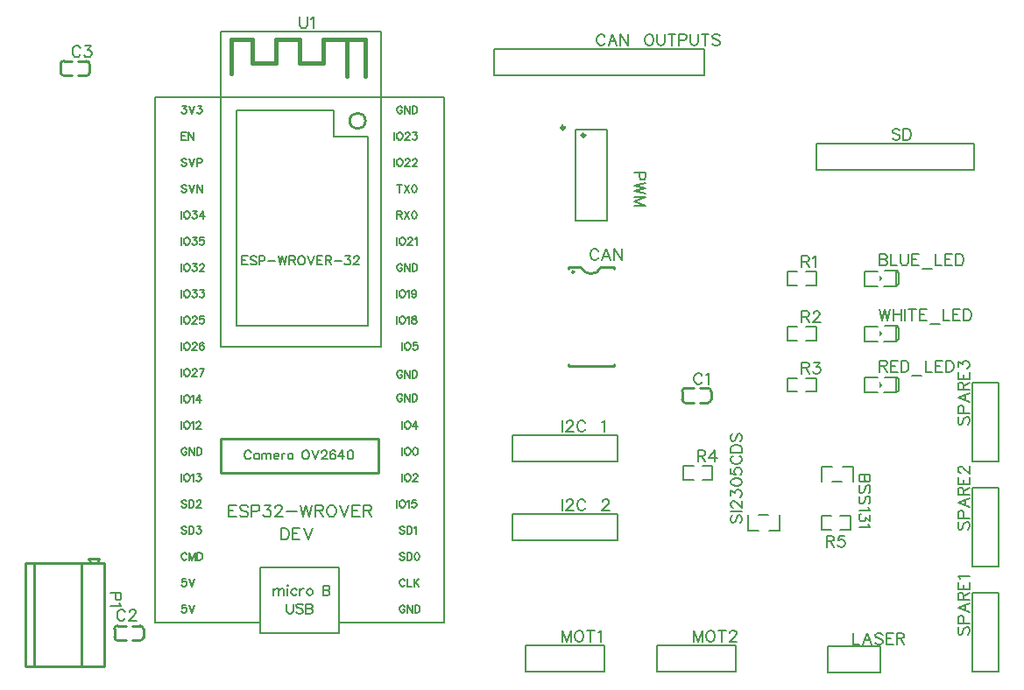
<source format=gto>
G04 Layer: TopSilkscreenLayer*
G04 EasyEDA v6.5.22, 2023-03-21 19:31:51*
G04 afc67292cab7459ea135deb86c664b34,e659aa28fce94fba860684ee23aa467a,10*
G04 Gerber Generator version 0.2*
G04 Scale: 100 percent, Rotated: No, Reflected: No *
G04 Dimensions in millimeters *
G04 leading zeros omitted , absolute positions ,4 integer and 5 decimal *
%FSLAX45Y45*%
%MOMM*%

%ADD10C,0.1524*%
%ADD11C,0.2032*%
%ADD12C,0.2540*%
%ADD13C,0.4000*%
%ADD14C,0.2000*%
%ADD15C,0.2030*%
%ADD16C,0.1500*%
%ADD17C,0.3000*%
%ADD18C,0.0147*%

%LPD*%
D10*
X7418577Y10605008D02*
G01*
X7413243Y10615421D01*
X7402829Y10625836D01*
X7392670Y10630915D01*
X7371841Y10630915D01*
X7361427Y10625836D01*
X7351013Y10615421D01*
X7345679Y10605008D01*
X7340600Y10589260D01*
X7340600Y10563352D01*
X7345679Y10547858D01*
X7351013Y10537444D01*
X7361427Y10527029D01*
X7371841Y10521950D01*
X7392670Y10521950D01*
X7402829Y10527029D01*
X7413243Y10537444D01*
X7418577Y10547858D01*
X7452868Y10610087D02*
G01*
X7463281Y10615421D01*
X7478775Y10630915D01*
X7478775Y10521950D01*
X1843278Y8319008D02*
G01*
X1837944Y8329421D01*
X1827529Y8339836D01*
X1817370Y8344915D01*
X1796542Y8344915D01*
X1786128Y8339836D01*
X1775713Y8329421D01*
X1770379Y8319008D01*
X1765300Y8303260D01*
X1765300Y8277352D01*
X1770379Y8261858D01*
X1775713Y8251444D01*
X1786128Y8241029D01*
X1796542Y8235950D01*
X1817370Y8235950D01*
X1827529Y8241029D01*
X1837944Y8251444D01*
X1843278Y8261858D01*
X1882647Y8319008D02*
G01*
X1882647Y8324087D01*
X1887981Y8334502D01*
X1893062Y8339836D01*
X1903476Y8344915D01*
X1924304Y8344915D01*
X1934718Y8339836D01*
X1939797Y8334502D01*
X1945131Y8324087D01*
X1945131Y8313673D01*
X1939797Y8303260D01*
X1929384Y8287765D01*
X1877568Y8235950D01*
X1950211Y8235950D01*
X1411478Y13767307D02*
G01*
X1406144Y13777721D01*
X1395729Y13788136D01*
X1385570Y13793216D01*
X1364742Y13793216D01*
X1354328Y13788136D01*
X1343913Y13777721D01*
X1338579Y13767307D01*
X1333500Y13751560D01*
X1333500Y13725652D01*
X1338579Y13710157D01*
X1343913Y13699744D01*
X1354328Y13689329D01*
X1364742Y13684250D01*
X1385570Y13684250D01*
X1395729Y13689329D01*
X1406144Y13699744D01*
X1411478Y13710157D01*
X1456181Y13793216D02*
G01*
X1513331Y13793216D01*
X1482089Y13751560D01*
X1497584Y13751560D01*
X1507997Y13746479D01*
X1513331Y13741400D01*
X1518412Y13725652D01*
X1518412Y13715237D01*
X1513331Y13699744D01*
X1502918Y13689329D01*
X1487170Y13684250D01*
X1471676Y13684250D01*
X1456181Y13689329D01*
X1450847Y13694410D01*
X1445768Y13704824D01*
X1804415Y8509000D02*
G01*
X1695450Y8509000D01*
X1804415Y8509000D02*
G01*
X1804415Y8462263D01*
X1799336Y8446770D01*
X1794002Y8441436D01*
X1783587Y8436355D01*
X1768094Y8436355D01*
X1757679Y8441436D01*
X1752600Y8446770D01*
X1747265Y8462263D01*
X1747265Y8509000D01*
X1783587Y8402065D02*
G01*
X1788921Y8391652D01*
X1804415Y8375904D01*
X1695450Y8375904D01*
X8382000Y11761215D02*
G01*
X8382000Y11652250D01*
X8382000Y11761215D02*
G01*
X8428736Y11761215D01*
X8444229Y11756136D01*
X8449563Y11750802D01*
X8454643Y11740387D01*
X8454643Y11729974D01*
X8449563Y11719560D01*
X8444229Y11714479D01*
X8428736Y11709400D01*
X8382000Y11709400D01*
X8418322Y11709400D02*
G01*
X8454643Y11652250D01*
X8488934Y11740387D02*
G01*
X8499347Y11745721D01*
X8515095Y11761215D01*
X8515095Y11652250D01*
X8382000Y11227815D02*
G01*
X8382000Y11118850D01*
X8382000Y11227815D02*
G01*
X8428736Y11227815D01*
X8444229Y11222736D01*
X8449563Y11217402D01*
X8454643Y11206987D01*
X8454643Y11196574D01*
X8449563Y11186160D01*
X8444229Y11181079D01*
X8428736Y11176000D01*
X8382000Y11176000D01*
X8418322Y11176000D02*
G01*
X8454643Y11118850D01*
X8494268Y11201908D02*
G01*
X8494268Y11206987D01*
X8499347Y11217402D01*
X8504681Y11222736D01*
X8515095Y11227815D01*
X8535670Y11227815D01*
X8546084Y11222736D01*
X8551418Y11217402D01*
X8556497Y11206987D01*
X8556497Y11196574D01*
X8551418Y11186160D01*
X8541004Y11170665D01*
X8488934Y11118850D01*
X8561831Y11118850D01*
X8382000Y10732515D02*
G01*
X8382000Y10623550D01*
X8382000Y10732515D02*
G01*
X8428736Y10732515D01*
X8444229Y10727436D01*
X8449563Y10722102D01*
X8454643Y10711687D01*
X8454643Y10701274D01*
X8449563Y10690860D01*
X8444229Y10685779D01*
X8428736Y10680700D01*
X8382000Y10680700D01*
X8418322Y10680700D02*
G01*
X8454643Y10623550D01*
X8499347Y10732515D02*
G01*
X8556497Y10732515D01*
X8525509Y10690860D01*
X8541004Y10690860D01*
X8551418Y10685779D01*
X8556497Y10680700D01*
X8561831Y10664952D01*
X8561831Y10654537D01*
X8556497Y10639044D01*
X8546084Y10628629D01*
X8530590Y10623550D01*
X8515095Y10623550D01*
X8499347Y10628629D01*
X8494268Y10633710D01*
X8488934Y10644124D01*
X7378700Y9881615D02*
G01*
X7378700Y9772650D01*
X7378700Y9881615D02*
G01*
X7425436Y9881615D01*
X7440929Y9876536D01*
X7446263Y9871202D01*
X7451343Y9860787D01*
X7451343Y9850374D01*
X7446263Y9839960D01*
X7440929Y9834879D01*
X7425436Y9829800D01*
X7378700Y9829800D01*
X7415022Y9829800D02*
G01*
X7451343Y9772650D01*
X7537704Y9881615D02*
G01*
X7485634Y9808971D01*
X7563611Y9808971D01*
X7537704Y9881615D02*
G01*
X7537704Y9772650D01*
X3530600Y14072616D02*
G01*
X3530600Y13994637D01*
X3535679Y13979144D01*
X3546093Y13968729D01*
X3561841Y13963650D01*
X3572256Y13963650D01*
X3587750Y13968729D01*
X3598163Y13979144D01*
X3603243Y13994637D01*
X3603243Y14072616D01*
X3637534Y14051787D02*
G01*
X3647947Y14057121D01*
X3663695Y14072616D01*
X3663695Y13963650D01*
D11*
X2436113Y9391142D02*
G01*
X2429256Y9398000D01*
X2418841Y9401555D01*
X2404872Y9401555D01*
X2394458Y9398000D01*
X2387600Y9391142D01*
X2387600Y9384029D01*
X2391156Y9377171D01*
X2394458Y9373870D01*
X2401570Y9370313D01*
X2422143Y9363455D01*
X2429256Y9359900D01*
X2432558Y9356344D01*
X2436113Y9349486D01*
X2436113Y9339071D01*
X2429256Y9332213D01*
X2418841Y9328658D01*
X2404872Y9328658D01*
X2394458Y9332213D01*
X2387600Y9339071D01*
X2458974Y9401555D02*
G01*
X2458974Y9328658D01*
X2458974Y9401555D02*
G01*
X2483104Y9401555D01*
X2493518Y9398000D01*
X2500629Y9391142D01*
X2503931Y9384029D01*
X2507488Y9373870D01*
X2507488Y9356344D01*
X2503931Y9345929D01*
X2500629Y9339071D01*
X2493518Y9332213D01*
X2483104Y9328658D01*
X2458974Y9328658D01*
X2533650Y9384029D02*
G01*
X2533650Y9387586D01*
X2537206Y9394444D01*
X2540761Y9398000D01*
X2547620Y9401555D01*
X2561590Y9401555D01*
X2568447Y9398000D01*
X2571750Y9394444D01*
X2575306Y9387586D01*
X2575306Y9380728D01*
X2571750Y9373870D01*
X2564891Y9363455D01*
X2530347Y9328658D01*
X2578861Y9328658D01*
X3403600Y8398510D02*
G01*
X3403600Y8330184D01*
X3408172Y8316721D01*
X3417315Y8307578D01*
X3430777Y8303005D01*
X3439922Y8303005D01*
X3453638Y8307578D01*
X3462781Y8316721D01*
X3467354Y8330184D01*
X3467354Y8398510D01*
X3560825Y8385047D02*
G01*
X3551681Y8393937D01*
X3538220Y8398510D01*
X3519931Y8398510D01*
X3506215Y8393937D01*
X3497325Y8385047D01*
X3497325Y8375650D01*
X3501897Y8366505D01*
X3506215Y8362187D01*
X3515359Y8357362D01*
X3542791Y8348471D01*
X3551681Y8343900D01*
X3556254Y8339328D01*
X3560825Y8330184D01*
X3560825Y8316721D01*
X3551681Y8307578D01*
X3538220Y8303005D01*
X3519931Y8303005D01*
X3506215Y8307578D01*
X3497325Y8316721D01*
X3590797Y8398510D02*
G01*
X3590797Y8303005D01*
X3590797Y8398510D02*
G01*
X3631691Y8398510D01*
X3645408Y8393937D01*
X3649979Y8389112D01*
X3654552Y8380221D01*
X3654552Y8371078D01*
X3649979Y8362187D01*
X3645408Y8357362D01*
X3631691Y8353297D01*
X3590797Y8353297D02*
G01*
X3631691Y8353297D01*
X3645408Y8348471D01*
X3649979Y8343900D01*
X3654552Y8334755D01*
X3654552Y8321547D01*
X3649979Y8312150D01*
X3645408Y8307578D01*
X3631691Y8303005D01*
X3590797Y8303005D01*
X3276600Y8544305D02*
G01*
X3276600Y8480805D01*
X3276600Y8526018D02*
G01*
X3290315Y8539987D01*
X3299206Y8544305D01*
X3312922Y8544305D01*
X3322065Y8539987D01*
X3326638Y8526018D01*
X3326638Y8480805D01*
X3326638Y8526018D02*
G01*
X3340354Y8539987D01*
X3349243Y8544305D01*
X3362959Y8544305D01*
X3372104Y8539987D01*
X3376675Y8526018D01*
X3376675Y8480805D01*
X3406647Y8576310D02*
G01*
X3411220Y8571737D01*
X3415791Y8576310D01*
X3411220Y8580628D01*
X3406647Y8576310D01*
X3411220Y8544305D02*
G01*
X3411220Y8480805D01*
X3500120Y8530844D02*
G01*
X3491229Y8539987D01*
X3482086Y8544305D01*
X3468370Y8544305D01*
X3459225Y8539987D01*
X3450336Y8530844D01*
X3445763Y8517128D01*
X3445763Y8507729D01*
X3450336Y8494268D01*
X3459225Y8485378D01*
X3468370Y8480805D01*
X3482086Y8480805D01*
X3491229Y8485378D01*
X3500120Y8494268D01*
X3530345Y8544305D02*
G01*
X3530345Y8480805D01*
X3530345Y8517128D02*
G01*
X3534663Y8530844D01*
X3543808Y8539987D01*
X3552952Y8544305D01*
X3566668Y8544305D01*
X3619245Y8544305D02*
G01*
X3610356Y8539987D01*
X3601211Y8530844D01*
X3596640Y8517128D01*
X3596640Y8507729D01*
X3601211Y8494268D01*
X3610356Y8485378D01*
X3619245Y8480805D01*
X3632961Y8480805D01*
X3642106Y8485378D01*
X3651250Y8494268D01*
X3655568Y8507729D01*
X3655568Y8517128D01*
X3651250Y8530844D01*
X3642106Y8539987D01*
X3632961Y8544305D01*
X3619245Y8544305D01*
X3755643Y8576310D02*
G01*
X3755643Y8480805D01*
X3755643Y8576310D02*
G01*
X3796538Y8576310D01*
X3810254Y8571737D01*
X3814825Y8567165D01*
X3819397Y8557768D01*
X3819397Y8548878D01*
X3814825Y8539987D01*
X3810254Y8535415D01*
X3796538Y8530844D01*
X3755643Y8530844D02*
G01*
X3796538Y8530844D01*
X3810254Y8526018D01*
X3814825Y8521700D01*
X3819397Y8512555D01*
X3819397Y8499094D01*
X3814825Y8489950D01*
X3810254Y8485378D01*
X3796538Y8480805D01*
X3755643Y8480805D01*
X2971800Y11762231D02*
G01*
X2971800Y11676126D01*
X2971800Y11762231D02*
G01*
X3024886Y11762231D01*
X2971800Y11721084D02*
G01*
X3004565Y11721084D01*
X2971800Y11676126D02*
G01*
X3024886Y11676126D01*
X3109213Y11749786D02*
G01*
X3101086Y11757913D01*
X3088893Y11762231D01*
X3072384Y11762231D01*
X3060191Y11757913D01*
X3052063Y11749786D01*
X3052063Y11741658D01*
X3056127Y11733529D01*
X3060191Y11729465D01*
X3068320Y11725402D01*
X3092958Y11717020D01*
X3101086Y11712955D01*
X3105150Y11708892D01*
X3109213Y11700763D01*
X3109213Y11688571D01*
X3101086Y11680189D01*
X3088893Y11676126D01*
X3072384Y11676126D01*
X3060191Y11680189D01*
X3052063Y11688571D01*
X3136138Y11762231D02*
G01*
X3136138Y11676126D01*
X3136138Y11762231D02*
G01*
X3172968Y11762231D01*
X3185413Y11757913D01*
X3189477Y11753850D01*
X3193541Y11745721D01*
X3193541Y11733529D01*
X3189477Y11725402D01*
X3185413Y11721084D01*
X3172968Y11717020D01*
X3136138Y11717020D01*
X3220465Y11712955D02*
G01*
X3294125Y11712955D01*
X3321050Y11762231D02*
G01*
X3341624Y11676126D01*
X3362197Y11762231D02*
G01*
X3341624Y11676126D01*
X3362197Y11762231D02*
G01*
X3382518Y11676126D01*
X3403091Y11762231D02*
G01*
X3382518Y11676126D01*
X3430015Y11762231D02*
G01*
X3430015Y11676126D01*
X3430015Y11762231D02*
G01*
X3466845Y11762231D01*
X3479038Y11757913D01*
X3483102Y11753850D01*
X3487165Y11745721D01*
X3487165Y11737594D01*
X3483102Y11729465D01*
X3479038Y11725402D01*
X3466845Y11721084D01*
X3430015Y11721084D01*
X3458718Y11721084D02*
G01*
X3487165Y11676126D01*
X3538727Y11762231D02*
G01*
X3530600Y11757913D01*
X3522472Y11749786D01*
X3518408Y11741658D01*
X3514343Y11729465D01*
X3514343Y11708892D01*
X3518408Y11696700D01*
X3522472Y11688571D01*
X3530600Y11680189D01*
X3538727Y11676126D01*
X3555238Y11676126D01*
X3563365Y11680189D01*
X3571493Y11688571D01*
X3575558Y11696700D01*
X3579622Y11708892D01*
X3579622Y11729465D01*
X3575558Y11741658D01*
X3571493Y11749786D01*
X3563365Y11757913D01*
X3555238Y11762231D01*
X3538727Y11762231D01*
X3606800Y11762231D02*
G01*
X3639311Y11676126D01*
X3672077Y11762231D02*
G01*
X3639311Y11676126D01*
X3699256Y11762231D02*
G01*
X3699256Y11676126D01*
X3699256Y11762231D02*
G01*
X3752341Y11762231D01*
X3699256Y11721084D02*
G01*
X3731768Y11721084D01*
X3699256Y11676126D02*
G01*
X3752341Y11676126D01*
X3779265Y11762231D02*
G01*
X3779265Y11676126D01*
X3779265Y11762231D02*
G01*
X3816095Y11762231D01*
X3828541Y11757913D01*
X3832606Y11753850D01*
X3836670Y11745721D01*
X3836670Y11737594D01*
X3832606Y11729465D01*
X3828541Y11725402D01*
X3816095Y11721084D01*
X3779265Y11721084D01*
X3807968Y11721084D02*
G01*
X3836670Y11676126D01*
X3863593Y11712955D02*
G01*
X3937254Y11712955D01*
X3972559Y11762231D02*
G01*
X4017518Y11762231D01*
X3992879Y11729465D01*
X4005072Y11729465D01*
X4013454Y11725402D01*
X4017518Y11721084D01*
X4021581Y11708892D01*
X4021581Y11700763D01*
X4017518Y11688571D01*
X4009136Y11680189D01*
X3996943Y11676126D01*
X3984752Y11676126D01*
X3972559Y11680189D01*
X3968241Y11684508D01*
X3964177Y11692636D01*
X4052570Y11741658D02*
G01*
X4052570Y11745721D01*
X4056634Y11753850D01*
X4060697Y11757913D01*
X4069079Y11762231D01*
X4085336Y11762231D01*
X4093463Y11757913D01*
X4097527Y11753850D01*
X4101591Y11745721D01*
X4101591Y11737594D01*
X4097527Y11729465D01*
X4089400Y11717020D01*
X4048506Y11676126D01*
X4105909Y11676126D01*
X2387600Y9655555D02*
G01*
X2387600Y9582658D01*
X2431288Y9655555D02*
G01*
X2424429Y9652000D01*
X2417318Y9645142D01*
X2414015Y9638029D01*
X2410459Y9627870D01*
X2410459Y9610344D01*
X2414015Y9599929D01*
X2417318Y9593071D01*
X2424429Y9586213D01*
X2431288Y9582658D01*
X2445004Y9582658D01*
X2452115Y9586213D01*
X2458974Y9593071D01*
X2462529Y9599929D01*
X2465831Y9610344D01*
X2465831Y9627870D01*
X2462529Y9638029D01*
X2458974Y9645142D01*
X2452115Y9652000D01*
X2445004Y9655555D01*
X2431288Y9655555D01*
X2488691Y9641586D02*
G01*
X2495550Y9645142D01*
X2505963Y9655555D01*
X2505963Y9582658D01*
X2535936Y9655555D02*
G01*
X2574036Y9655555D01*
X2553208Y9627870D01*
X2563622Y9627870D01*
X2570479Y9624313D01*
X2574036Y9620758D01*
X2577338Y9610344D01*
X2577338Y9603486D01*
X2574036Y9593071D01*
X2566924Y9586213D01*
X2556509Y9582658D01*
X2546350Y9582658D01*
X2535936Y9586213D01*
X2532379Y9589770D01*
X2528824Y9596628D01*
X2439670Y9892029D02*
G01*
X2436113Y9899142D01*
X2429256Y9906000D01*
X2422143Y9909555D01*
X2408427Y9909555D01*
X2401570Y9906000D01*
X2394458Y9899142D01*
X2391156Y9892029D01*
X2387600Y9881870D01*
X2387600Y9864344D01*
X2391156Y9853929D01*
X2394458Y9847071D01*
X2401570Y9840213D01*
X2408427Y9836658D01*
X2422143Y9836658D01*
X2429256Y9840213D01*
X2436113Y9847071D01*
X2439670Y9853929D01*
X2439670Y9864344D01*
X2422143Y9864344D02*
G01*
X2439670Y9864344D01*
X2462529Y9909555D02*
G01*
X2462529Y9836658D01*
X2462529Y9909555D02*
G01*
X2510790Y9836658D01*
X2510790Y9909555D02*
G01*
X2510790Y9836658D01*
X2533650Y9909555D02*
G01*
X2533650Y9836658D01*
X2533650Y9909555D02*
G01*
X2558034Y9909555D01*
X2568447Y9906000D01*
X2575306Y9899142D01*
X2578861Y9892029D01*
X2582163Y9881870D01*
X2582163Y9864344D01*
X2578861Y9853929D01*
X2575306Y9847071D01*
X2568447Y9840213D01*
X2558034Y9836658D01*
X2533650Y9836658D01*
X2387600Y10163555D02*
G01*
X2387600Y10090658D01*
X2431288Y10163555D02*
G01*
X2424429Y10160000D01*
X2417318Y10153142D01*
X2414015Y10146029D01*
X2410459Y10135870D01*
X2410459Y10118344D01*
X2414015Y10107929D01*
X2417318Y10101071D01*
X2424429Y10094213D01*
X2431288Y10090658D01*
X2445004Y10090658D01*
X2452115Y10094213D01*
X2458974Y10101071D01*
X2462529Y10107929D01*
X2465831Y10118344D01*
X2465831Y10135870D01*
X2462529Y10146029D01*
X2458974Y10153142D01*
X2452115Y10160000D01*
X2445004Y10163555D01*
X2431288Y10163555D01*
X2488691Y10149586D02*
G01*
X2495550Y10153142D01*
X2505963Y10163555D01*
X2505963Y10090658D01*
X2532379Y10146029D02*
G01*
X2532379Y10149586D01*
X2535936Y10156444D01*
X2539238Y10160000D01*
X2546350Y10163555D01*
X2560065Y10163555D01*
X2566924Y10160000D01*
X2570479Y10156444D01*
X2574036Y10149586D01*
X2574036Y10142728D01*
X2570479Y10135870D01*
X2563622Y10125455D01*
X2528824Y10090658D01*
X2577338Y10090658D01*
X2387600Y10417555D02*
G01*
X2387600Y10344658D01*
X2431288Y10417555D02*
G01*
X2424429Y10414000D01*
X2417318Y10407142D01*
X2414015Y10400029D01*
X2410459Y10389870D01*
X2410459Y10372344D01*
X2414015Y10361929D01*
X2417318Y10355071D01*
X2424429Y10348213D01*
X2431288Y10344658D01*
X2445004Y10344658D01*
X2452115Y10348213D01*
X2458974Y10355071D01*
X2462529Y10361929D01*
X2465831Y10372344D01*
X2465831Y10389870D01*
X2462529Y10400029D01*
X2458974Y10407142D01*
X2452115Y10414000D01*
X2445004Y10417555D01*
X2431288Y10417555D01*
X2488691Y10403586D02*
G01*
X2495550Y10407142D01*
X2505963Y10417555D01*
X2505963Y10344658D01*
X2563622Y10417555D02*
G01*
X2528824Y10369042D01*
X2580893Y10369042D01*
X2563622Y10417555D02*
G01*
X2563622Y10344658D01*
X2387600Y10671555D02*
G01*
X2387600Y10598658D01*
X2431288Y10671555D02*
G01*
X2424429Y10668000D01*
X2417318Y10661142D01*
X2414015Y10654029D01*
X2410459Y10643870D01*
X2410459Y10626344D01*
X2414015Y10615929D01*
X2417318Y10609071D01*
X2424429Y10602213D01*
X2431288Y10598658D01*
X2445004Y10598658D01*
X2452115Y10602213D01*
X2458974Y10609071D01*
X2462529Y10615929D01*
X2465831Y10626344D01*
X2465831Y10643870D01*
X2462529Y10654029D01*
X2458974Y10661142D01*
X2452115Y10668000D01*
X2445004Y10671555D01*
X2431288Y10671555D01*
X2492247Y10654029D02*
G01*
X2492247Y10657586D01*
X2495550Y10664444D01*
X2499106Y10668000D01*
X2505963Y10671555D01*
X2519934Y10671555D01*
X2526791Y10668000D01*
X2530347Y10664444D01*
X2533650Y10657586D01*
X2533650Y10650728D01*
X2530347Y10643870D01*
X2523490Y10633455D01*
X2488691Y10598658D01*
X2537206Y10598658D01*
X2608579Y10671555D02*
G01*
X2574036Y10598658D01*
X2560065Y10671555D02*
G01*
X2608579Y10671555D01*
X2387600Y10925555D02*
G01*
X2387600Y10852658D01*
X2431288Y10925555D02*
G01*
X2424429Y10922000D01*
X2417318Y10915142D01*
X2414015Y10908029D01*
X2410459Y10897870D01*
X2410459Y10880344D01*
X2414015Y10869929D01*
X2417318Y10863071D01*
X2424429Y10856213D01*
X2431288Y10852658D01*
X2445004Y10852658D01*
X2452115Y10856213D01*
X2458974Y10863071D01*
X2462529Y10869929D01*
X2465831Y10880344D01*
X2465831Y10897870D01*
X2462529Y10908029D01*
X2458974Y10915142D01*
X2452115Y10922000D01*
X2445004Y10925555D01*
X2431288Y10925555D01*
X2492247Y10908029D02*
G01*
X2492247Y10911586D01*
X2495550Y10918444D01*
X2499106Y10922000D01*
X2505963Y10925555D01*
X2519934Y10925555D01*
X2526791Y10922000D01*
X2530347Y10918444D01*
X2533650Y10911586D01*
X2533650Y10904728D01*
X2530347Y10897870D01*
X2523490Y10887455D01*
X2488691Y10852658D01*
X2537206Y10852658D01*
X2601722Y10915142D02*
G01*
X2598165Y10922000D01*
X2587752Y10925555D01*
X2580893Y10925555D01*
X2570479Y10922000D01*
X2563622Y10911586D01*
X2560065Y10894313D01*
X2560065Y10877042D01*
X2563622Y10863071D01*
X2570479Y10856213D01*
X2580893Y10852658D01*
X2584450Y10852658D01*
X2594609Y10856213D01*
X2601722Y10863071D01*
X2605024Y10873486D01*
X2605024Y10877042D01*
X2601722Y10887455D01*
X2594609Y10894313D01*
X2584450Y10897870D01*
X2580893Y10897870D01*
X2570479Y10894313D01*
X2563622Y10887455D01*
X2560065Y10877042D01*
X2387600Y11179555D02*
G01*
X2387600Y11106658D01*
X2431288Y11179555D02*
G01*
X2424429Y11176000D01*
X2417318Y11169142D01*
X2414015Y11162029D01*
X2410459Y11151870D01*
X2410459Y11134344D01*
X2414015Y11123929D01*
X2417318Y11117071D01*
X2424429Y11110213D01*
X2431288Y11106658D01*
X2445004Y11106658D01*
X2452115Y11110213D01*
X2458974Y11117071D01*
X2462529Y11123929D01*
X2465831Y11134344D01*
X2465831Y11151870D01*
X2462529Y11162029D01*
X2458974Y11169142D01*
X2452115Y11176000D01*
X2445004Y11179555D01*
X2431288Y11179555D01*
X2492247Y11162029D02*
G01*
X2492247Y11165586D01*
X2495550Y11172444D01*
X2499106Y11176000D01*
X2505963Y11179555D01*
X2519934Y11179555D01*
X2526791Y11176000D01*
X2530347Y11172444D01*
X2533650Y11165586D01*
X2533650Y11158728D01*
X2530347Y11151870D01*
X2523490Y11141455D01*
X2488691Y11106658D01*
X2537206Y11106658D01*
X2601722Y11179555D02*
G01*
X2566924Y11179555D01*
X2563622Y11148313D01*
X2566924Y11151870D01*
X2577338Y11155171D01*
X2587752Y11155171D01*
X2598165Y11151870D01*
X2605024Y11144758D01*
X2608579Y11134344D01*
X2608579Y11127486D01*
X2605024Y11117071D01*
X2598165Y11110213D01*
X2587752Y11106658D01*
X2577338Y11106658D01*
X2566924Y11110213D01*
X2563622Y11113770D01*
X2560065Y11120628D01*
X2387600Y11433555D02*
G01*
X2387600Y11360658D01*
X2431288Y11433555D02*
G01*
X2424429Y11430000D01*
X2417318Y11423142D01*
X2414015Y11416029D01*
X2410459Y11405870D01*
X2410459Y11388344D01*
X2414015Y11377929D01*
X2417318Y11371071D01*
X2424429Y11364213D01*
X2431288Y11360658D01*
X2445004Y11360658D01*
X2452115Y11364213D01*
X2458974Y11371071D01*
X2462529Y11377929D01*
X2465831Y11388344D01*
X2465831Y11405870D01*
X2462529Y11416029D01*
X2458974Y11423142D01*
X2452115Y11430000D01*
X2445004Y11433555D01*
X2431288Y11433555D01*
X2495550Y11433555D02*
G01*
X2533650Y11433555D01*
X2513075Y11405870D01*
X2523490Y11405870D01*
X2530347Y11402313D01*
X2533650Y11398758D01*
X2537206Y11388344D01*
X2537206Y11381486D01*
X2533650Y11371071D01*
X2526791Y11364213D01*
X2516377Y11360658D01*
X2505963Y11360658D01*
X2495550Y11364213D01*
X2492247Y11367770D01*
X2488691Y11374628D01*
X2566924Y11433555D02*
G01*
X2605024Y11433555D01*
X2584450Y11405870D01*
X2594609Y11405870D01*
X2601722Y11402313D01*
X2605024Y11398758D01*
X2608579Y11388344D01*
X2608579Y11381486D01*
X2605024Y11371071D01*
X2598165Y11364213D01*
X2587752Y11360658D01*
X2577338Y11360658D01*
X2566924Y11364213D01*
X2563622Y11367770D01*
X2560065Y11374628D01*
X2387600Y11687555D02*
G01*
X2387600Y11614658D01*
X2431288Y11687555D02*
G01*
X2424429Y11684000D01*
X2417318Y11677142D01*
X2414015Y11670029D01*
X2410459Y11659870D01*
X2410459Y11642344D01*
X2414015Y11631929D01*
X2417318Y11625071D01*
X2424429Y11618213D01*
X2431288Y11614658D01*
X2445004Y11614658D01*
X2452115Y11618213D01*
X2458974Y11625071D01*
X2462529Y11631929D01*
X2465831Y11642344D01*
X2465831Y11659870D01*
X2462529Y11670029D01*
X2458974Y11677142D01*
X2452115Y11684000D01*
X2445004Y11687555D01*
X2431288Y11687555D01*
X2495550Y11687555D02*
G01*
X2533650Y11687555D01*
X2513075Y11659870D01*
X2523490Y11659870D01*
X2530347Y11656313D01*
X2533650Y11652758D01*
X2537206Y11642344D01*
X2537206Y11635486D01*
X2533650Y11625071D01*
X2526791Y11618213D01*
X2516377Y11614658D01*
X2505963Y11614658D01*
X2495550Y11618213D01*
X2492247Y11621770D01*
X2488691Y11628628D01*
X2563622Y11670029D02*
G01*
X2563622Y11673586D01*
X2566924Y11680444D01*
X2570479Y11684000D01*
X2577338Y11687555D01*
X2591308Y11687555D01*
X2598165Y11684000D01*
X2601722Y11680444D01*
X2605024Y11673586D01*
X2605024Y11666728D01*
X2601722Y11659870D01*
X2594609Y11649455D01*
X2560065Y11614658D01*
X2608579Y11614658D01*
X2387600Y11941555D02*
G01*
X2387600Y11868658D01*
X2431288Y11941555D02*
G01*
X2424429Y11938000D01*
X2417318Y11931142D01*
X2414015Y11924029D01*
X2410459Y11913870D01*
X2410459Y11896344D01*
X2414015Y11885929D01*
X2417318Y11879071D01*
X2424429Y11872213D01*
X2431288Y11868658D01*
X2445004Y11868658D01*
X2452115Y11872213D01*
X2458974Y11879071D01*
X2462529Y11885929D01*
X2465831Y11896344D01*
X2465831Y11913870D01*
X2462529Y11924029D01*
X2458974Y11931142D01*
X2452115Y11938000D01*
X2445004Y11941555D01*
X2431288Y11941555D01*
X2495550Y11941555D02*
G01*
X2533650Y11941555D01*
X2513075Y11913870D01*
X2523490Y11913870D01*
X2530347Y11910313D01*
X2533650Y11906758D01*
X2537206Y11896344D01*
X2537206Y11889486D01*
X2533650Y11879071D01*
X2526791Y11872213D01*
X2516377Y11868658D01*
X2505963Y11868658D01*
X2495550Y11872213D01*
X2492247Y11875770D01*
X2488691Y11882628D01*
X2601722Y11941555D02*
G01*
X2566924Y11941555D01*
X2563622Y11910313D01*
X2566924Y11913870D01*
X2577338Y11917171D01*
X2587752Y11917171D01*
X2598165Y11913870D01*
X2605024Y11906758D01*
X2608579Y11896344D01*
X2608579Y11889486D01*
X2605024Y11879071D01*
X2598165Y11872213D01*
X2587752Y11868658D01*
X2577338Y11868658D01*
X2566924Y11872213D01*
X2563622Y11875770D01*
X2560065Y11882628D01*
X2387600Y12195555D02*
G01*
X2387600Y12122658D01*
X2431288Y12195555D02*
G01*
X2424429Y12192000D01*
X2417318Y12185142D01*
X2414015Y12178029D01*
X2410459Y12167870D01*
X2410459Y12150344D01*
X2414015Y12139929D01*
X2417318Y12133071D01*
X2424429Y12126213D01*
X2431288Y12122658D01*
X2445004Y12122658D01*
X2452115Y12126213D01*
X2458974Y12133071D01*
X2462529Y12139929D01*
X2465831Y12150344D01*
X2465831Y12167870D01*
X2462529Y12178029D01*
X2458974Y12185142D01*
X2452115Y12192000D01*
X2445004Y12195555D01*
X2431288Y12195555D01*
X2495550Y12195555D02*
G01*
X2533650Y12195555D01*
X2513075Y12167870D01*
X2523490Y12167870D01*
X2530347Y12164313D01*
X2533650Y12160758D01*
X2537206Y12150344D01*
X2537206Y12143486D01*
X2533650Y12133071D01*
X2526791Y12126213D01*
X2516377Y12122658D01*
X2505963Y12122658D01*
X2495550Y12126213D01*
X2492247Y12129770D01*
X2488691Y12136628D01*
X2594609Y12195555D02*
G01*
X2560065Y12147042D01*
X2612136Y12147042D01*
X2594609Y12195555D02*
G01*
X2594609Y12122658D01*
X2436113Y12439142D02*
G01*
X2429256Y12446000D01*
X2418841Y12449555D01*
X2404872Y12449555D01*
X2394458Y12446000D01*
X2387600Y12439142D01*
X2387600Y12432029D01*
X2391156Y12425171D01*
X2394458Y12421870D01*
X2401570Y12418313D01*
X2422143Y12411455D01*
X2429256Y12407900D01*
X2432558Y12404344D01*
X2436113Y12397486D01*
X2436113Y12387071D01*
X2429256Y12380213D01*
X2418841Y12376658D01*
X2404872Y12376658D01*
X2394458Y12380213D01*
X2387600Y12387071D01*
X2458974Y12449555D02*
G01*
X2486659Y12376658D01*
X2514345Y12449555D02*
G01*
X2486659Y12376658D01*
X2537206Y12449555D02*
G01*
X2537206Y12376658D01*
X2537206Y12449555D02*
G01*
X2585720Y12376658D01*
X2585720Y12449555D02*
G01*
X2585720Y12376658D01*
X2436113Y12693142D02*
G01*
X2429256Y12700000D01*
X2418841Y12703555D01*
X2404872Y12703555D01*
X2394458Y12700000D01*
X2387600Y12693142D01*
X2387600Y12686029D01*
X2391156Y12679171D01*
X2394458Y12675870D01*
X2401570Y12672313D01*
X2422143Y12665455D01*
X2429256Y12661900D01*
X2432558Y12658344D01*
X2436113Y12651486D01*
X2436113Y12641071D01*
X2429256Y12634213D01*
X2418841Y12630658D01*
X2404872Y12630658D01*
X2394458Y12634213D01*
X2387600Y12641071D01*
X2458974Y12703555D02*
G01*
X2486659Y12630658D01*
X2514345Y12703555D02*
G01*
X2486659Y12630658D01*
X2537206Y12703555D02*
G01*
X2537206Y12630658D01*
X2537206Y12703555D02*
G01*
X2568447Y12703555D01*
X2578861Y12700000D01*
X2582163Y12696444D01*
X2585720Y12689586D01*
X2585720Y12679171D01*
X2582163Y12672313D01*
X2578861Y12668758D01*
X2568447Y12665455D01*
X2537206Y12665455D01*
X4470400Y12195555D02*
G01*
X4470400Y12122658D01*
X4470400Y12195555D02*
G01*
X4501641Y12195555D01*
X4512056Y12192000D01*
X4515358Y12188444D01*
X4518913Y12181586D01*
X4518913Y12174728D01*
X4515358Y12167870D01*
X4512056Y12164313D01*
X4501641Y12160758D01*
X4470400Y12160758D01*
X4494529Y12160758D02*
G01*
X4518913Y12122658D01*
X4541774Y12195555D02*
G01*
X4590288Y12122658D01*
X4590288Y12195555D02*
G01*
X4541774Y12122658D01*
X4633975Y12195555D02*
G01*
X4623561Y12192000D01*
X4616450Y12181586D01*
X4613147Y12164313D01*
X4613147Y12153900D01*
X4616450Y12136628D01*
X4623561Y12126213D01*
X4633975Y12122658D01*
X4640834Y12122658D01*
X4651247Y12126213D01*
X4658106Y12136628D01*
X4661661Y12153900D01*
X4661661Y12164313D01*
X4658106Y12181586D01*
X4651247Y12192000D01*
X4640834Y12195555D01*
X4633975Y12195555D01*
X4470400Y9401555D02*
G01*
X4470400Y9328658D01*
X4514088Y9401555D02*
G01*
X4507229Y9398000D01*
X4500118Y9391142D01*
X4496815Y9384029D01*
X4493259Y9373870D01*
X4493259Y9356344D01*
X4496815Y9345929D01*
X4500118Y9339071D01*
X4507229Y9332213D01*
X4514088Y9328658D01*
X4527804Y9328658D01*
X4534915Y9332213D01*
X4541774Y9339071D01*
X4545329Y9345929D01*
X4548631Y9356344D01*
X4548631Y9373870D01*
X4545329Y9384029D01*
X4541774Y9391142D01*
X4534915Y9398000D01*
X4527804Y9401555D01*
X4514088Y9401555D01*
X4571491Y9387586D02*
G01*
X4578350Y9391142D01*
X4588763Y9401555D01*
X4588763Y9328658D01*
X4653279Y9401555D02*
G01*
X4618736Y9401555D01*
X4615179Y9370313D01*
X4618736Y9373870D01*
X4629150Y9377171D01*
X4639309Y9377171D01*
X4649724Y9373870D01*
X4656836Y9366758D01*
X4660138Y9356344D01*
X4660138Y9349486D01*
X4656836Y9339071D01*
X4649724Y9332213D01*
X4639309Y9328658D01*
X4629150Y9328658D01*
X4618736Y9332213D01*
X4615179Y9335770D01*
X4611624Y9342628D01*
X4521200Y9655555D02*
G01*
X4521200Y9582658D01*
X4564888Y9655555D02*
G01*
X4558029Y9652000D01*
X4550918Y9645142D01*
X4547615Y9638029D01*
X4544059Y9627870D01*
X4544059Y9610344D01*
X4547615Y9599929D01*
X4550918Y9593071D01*
X4558029Y9586213D01*
X4564888Y9582658D01*
X4578604Y9582658D01*
X4585715Y9586213D01*
X4592574Y9593071D01*
X4596129Y9599929D01*
X4599431Y9610344D01*
X4599431Y9627870D01*
X4596129Y9638029D01*
X4592574Y9645142D01*
X4585715Y9652000D01*
X4578604Y9655555D01*
X4564888Y9655555D01*
X4625847Y9638029D02*
G01*
X4625847Y9641586D01*
X4629150Y9648444D01*
X4632706Y9652000D01*
X4639563Y9655555D01*
X4653534Y9655555D01*
X4660391Y9652000D01*
X4663947Y9648444D01*
X4667250Y9641586D01*
X4667250Y9634728D01*
X4663947Y9627870D01*
X4657090Y9617455D01*
X4622291Y9582658D01*
X4670806Y9582658D01*
X4521200Y9909555D02*
G01*
X4521200Y9836658D01*
X4564888Y9909555D02*
G01*
X4558029Y9906000D01*
X4550918Y9899142D01*
X4547615Y9892029D01*
X4544059Y9881870D01*
X4544059Y9864344D01*
X4547615Y9853929D01*
X4550918Y9847071D01*
X4558029Y9840213D01*
X4564888Y9836658D01*
X4578604Y9836658D01*
X4585715Y9840213D01*
X4592574Y9847071D01*
X4596129Y9853929D01*
X4599431Y9864344D01*
X4599431Y9881870D01*
X4596129Y9892029D01*
X4592574Y9899142D01*
X4585715Y9906000D01*
X4578604Y9909555D01*
X4564888Y9909555D01*
X4643120Y9909555D02*
G01*
X4632706Y9906000D01*
X4625847Y9895586D01*
X4622291Y9878313D01*
X4622291Y9867900D01*
X4625847Y9850628D01*
X4632706Y9840213D01*
X4643120Y9836658D01*
X4649977Y9836658D01*
X4660391Y9840213D01*
X4667250Y9850628D01*
X4670806Y9867900D01*
X4670806Y9878313D01*
X4667250Y9895586D01*
X4660391Y9906000D01*
X4649977Y9909555D01*
X4643120Y9909555D01*
X4521200Y10163555D02*
G01*
X4521200Y10090658D01*
X4564888Y10163555D02*
G01*
X4558029Y10160000D01*
X4550918Y10153142D01*
X4547615Y10146029D01*
X4544059Y10135870D01*
X4544059Y10118344D01*
X4547615Y10107929D01*
X4550918Y10101071D01*
X4558029Y10094213D01*
X4564888Y10090658D01*
X4578604Y10090658D01*
X4585715Y10094213D01*
X4592574Y10101071D01*
X4596129Y10107929D01*
X4599431Y10118344D01*
X4599431Y10135870D01*
X4596129Y10146029D01*
X4592574Y10153142D01*
X4585715Y10160000D01*
X4578604Y10163555D01*
X4564888Y10163555D01*
X4657090Y10163555D02*
G01*
X4622291Y10115042D01*
X4674361Y10115042D01*
X4657090Y10163555D02*
G01*
X4657090Y10090658D01*
X4522470Y10410189D02*
G01*
X4518913Y10417047D01*
X4512056Y10423905D01*
X4504943Y10427462D01*
X4491227Y10427462D01*
X4484370Y10423905D01*
X4477258Y10417047D01*
X4473956Y10410189D01*
X4470400Y10399776D01*
X4470400Y10382250D01*
X4473956Y10372089D01*
X4477258Y10364978D01*
X4484370Y10358120D01*
X4491227Y10354563D01*
X4504943Y10354563D01*
X4512056Y10358120D01*
X4518913Y10364978D01*
X4522470Y10372089D01*
X4522470Y10382250D01*
X4504943Y10382250D02*
G01*
X4522470Y10382250D01*
X4545329Y10427462D02*
G01*
X4545329Y10354563D01*
X4545329Y10427462D02*
G01*
X4593590Y10354563D01*
X4593590Y10427462D02*
G01*
X4593590Y10354563D01*
X4616450Y10427462D02*
G01*
X4616450Y10354563D01*
X4616450Y10427462D02*
G01*
X4640834Y10427462D01*
X4651247Y10423905D01*
X4658106Y10417047D01*
X4661661Y10410189D01*
X4664963Y10399776D01*
X4664963Y10382250D01*
X4661661Y10372089D01*
X4658106Y10364978D01*
X4651247Y10358120D01*
X4640834Y10354563D01*
X4616450Y10354563D01*
X4522470Y10638789D02*
G01*
X4518913Y10645647D01*
X4512056Y10652505D01*
X4504943Y10656062D01*
X4491227Y10656062D01*
X4484370Y10652505D01*
X4477258Y10645647D01*
X4473956Y10638789D01*
X4470400Y10628376D01*
X4470400Y10610850D01*
X4473956Y10600689D01*
X4477258Y10593578D01*
X4484370Y10586720D01*
X4491227Y10583163D01*
X4504943Y10583163D01*
X4512056Y10586720D01*
X4518913Y10593578D01*
X4522470Y10600689D01*
X4522470Y10610850D01*
X4504943Y10610850D02*
G01*
X4522470Y10610850D01*
X4545329Y10656062D02*
G01*
X4545329Y10583163D01*
X4545329Y10656062D02*
G01*
X4593590Y10583163D01*
X4593590Y10656062D02*
G01*
X4593590Y10583163D01*
X4616450Y10656062D02*
G01*
X4616450Y10583163D01*
X4616450Y10656062D02*
G01*
X4640834Y10656062D01*
X4651247Y10652505D01*
X4658106Y10645647D01*
X4661661Y10638789D01*
X4664963Y10628376D01*
X4664963Y10610850D01*
X4661661Y10600689D01*
X4658106Y10593578D01*
X4651247Y10586720D01*
X4640834Y10583163D01*
X4616450Y10583163D01*
X4521200Y10925555D02*
G01*
X4521200Y10852658D01*
X4564888Y10925555D02*
G01*
X4558029Y10922000D01*
X4550918Y10915142D01*
X4547615Y10908029D01*
X4544059Y10897870D01*
X4544059Y10880344D01*
X4547615Y10869929D01*
X4550918Y10863071D01*
X4558029Y10856213D01*
X4564888Y10852658D01*
X4578604Y10852658D01*
X4585715Y10856213D01*
X4592574Y10863071D01*
X4596129Y10869929D01*
X4599431Y10880344D01*
X4599431Y10897870D01*
X4596129Y10908029D01*
X4592574Y10915142D01*
X4585715Y10922000D01*
X4578604Y10925555D01*
X4564888Y10925555D01*
X4663947Y10925555D02*
G01*
X4629150Y10925555D01*
X4625847Y10894313D01*
X4629150Y10897870D01*
X4639563Y10901171D01*
X4649977Y10901171D01*
X4660391Y10897870D01*
X4667250Y10890758D01*
X4670806Y10880344D01*
X4670806Y10873486D01*
X4667250Y10863071D01*
X4660391Y10856213D01*
X4649977Y10852658D01*
X4639563Y10852658D01*
X4629150Y10856213D01*
X4625847Y10859770D01*
X4622291Y10866628D01*
X4470400Y11179555D02*
G01*
X4470400Y11106658D01*
X4514088Y11179555D02*
G01*
X4507229Y11176000D01*
X4500118Y11169142D01*
X4496815Y11162029D01*
X4493259Y11151870D01*
X4493259Y11134344D01*
X4496815Y11123929D01*
X4500118Y11117071D01*
X4507229Y11110213D01*
X4514088Y11106658D01*
X4527804Y11106658D01*
X4534915Y11110213D01*
X4541774Y11117071D01*
X4545329Y11123929D01*
X4548631Y11134344D01*
X4548631Y11151870D01*
X4545329Y11162029D01*
X4541774Y11169142D01*
X4534915Y11176000D01*
X4527804Y11179555D01*
X4514088Y11179555D01*
X4571491Y11165586D02*
G01*
X4578350Y11169142D01*
X4588763Y11179555D01*
X4588763Y11106658D01*
X4629150Y11179555D02*
G01*
X4618736Y11176000D01*
X4615179Y11169142D01*
X4615179Y11162029D01*
X4618736Y11155171D01*
X4625593Y11151870D01*
X4639309Y11148313D01*
X4649724Y11144758D01*
X4656836Y11137900D01*
X4660138Y11131042D01*
X4660138Y11120628D01*
X4656836Y11113770D01*
X4653279Y11110213D01*
X4642865Y11106658D01*
X4629150Y11106658D01*
X4618736Y11110213D01*
X4615179Y11113770D01*
X4611624Y11120628D01*
X4611624Y11131042D01*
X4615179Y11137900D01*
X4622038Y11144758D01*
X4632452Y11148313D01*
X4646422Y11151870D01*
X4653279Y11155171D01*
X4656836Y11162029D01*
X4656836Y11169142D01*
X4653279Y11176000D01*
X4642865Y11179555D01*
X4629150Y11179555D01*
X4470400Y11433555D02*
G01*
X4470400Y11360658D01*
X4514088Y11433555D02*
G01*
X4507229Y11430000D01*
X4500118Y11423142D01*
X4496815Y11416029D01*
X4493259Y11405870D01*
X4493259Y11388344D01*
X4496815Y11377929D01*
X4500118Y11371071D01*
X4507229Y11364213D01*
X4514088Y11360658D01*
X4527804Y11360658D01*
X4534915Y11364213D01*
X4541774Y11371071D01*
X4545329Y11377929D01*
X4548631Y11388344D01*
X4548631Y11405870D01*
X4545329Y11416029D01*
X4541774Y11423142D01*
X4534915Y11430000D01*
X4527804Y11433555D01*
X4514088Y11433555D01*
X4571491Y11419586D02*
G01*
X4578350Y11423142D01*
X4588763Y11433555D01*
X4588763Y11360658D01*
X4656836Y11409171D02*
G01*
X4653279Y11398758D01*
X4646422Y11391900D01*
X4636008Y11388344D01*
X4632452Y11388344D01*
X4622038Y11391900D01*
X4615179Y11398758D01*
X4611624Y11409171D01*
X4611624Y11412728D01*
X4615179Y11423142D01*
X4622038Y11430000D01*
X4632452Y11433555D01*
X4636008Y11433555D01*
X4646422Y11430000D01*
X4653279Y11423142D01*
X4656836Y11409171D01*
X4656836Y11391900D01*
X4653279Y11374628D01*
X4646422Y11364213D01*
X4636008Y11360658D01*
X4629150Y11360658D01*
X4618736Y11364213D01*
X4615179Y11371071D01*
X4522470Y11670029D02*
G01*
X4518913Y11677142D01*
X4512056Y11684000D01*
X4504943Y11687555D01*
X4491227Y11687555D01*
X4484370Y11684000D01*
X4477258Y11677142D01*
X4473956Y11670029D01*
X4470400Y11659870D01*
X4470400Y11642344D01*
X4473956Y11631929D01*
X4477258Y11625071D01*
X4484370Y11618213D01*
X4491227Y11614658D01*
X4504943Y11614658D01*
X4512056Y11618213D01*
X4518913Y11625071D01*
X4522470Y11631929D01*
X4522470Y11642344D01*
X4504943Y11642344D02*
G01*
X4522470Y11642344D01*
X4545329Y11687555D02*
G01*
X4545329Y11614658D01*
X4545329Y11687555D02*
G01*
X4593590Y11614658D01*
X4593590Y11687555D02*
G01*
X4593590Y11614658D01*
X4616450Y11687555D02*
G01*
X4616450Y11614658D01*
X4616450Y11687555D02*
G01*
X4640834Y11687555D01*
X4651247Y11684000D01*
X4658106Y11677142D01*
X4661661Y11670029D01*
X4664963Y11659870D01*
X4664963Y11642344D01*
X4661661Y11631929D01*
X4658106Y11625071D01*
X4651247Y11618213D01*
X4640834Y11614658D01*
X4616450Y11614658D01*
X4470400Y11941555D02*
G01*
X4470400Y11868658D01*
X4514088Y11941555D02*
G01*
X4507229Y11938000D01*
X4500118Y11931142D01*
X4496815Y11924029D01*
X4493259Y11913870D01*
X4493259Y11896344D01*
X4496815Y11885929D01*
X4500118Y11879071D01*
X4507229Y11872213D01*
X4514088Y11868658D01*
X4527804Y11868658D01*
X4534915Y11872213D01*
X4541774Y11879071D01*
X4545329Y11885929D01*
X4548631Y11896344D01*
X4548631Y11913870D01*
X4545329Y11924029D01*
X4541774Y11931142D01*
X4534915Y11938000D01*
X4527804Y11941555D01*
X4514088Y11941555D01*
X4575047Y11924029D02*
G01*
X4575047Y11927586D01*
X4578350Y11934444D01*
X4581906Y11938000D01*
X4588763Y11941555D01*
X4602734Y11941555D01*
X4609591Y11938000D01*
X4613147Y11934444D01*
X4616450Y11927586D01*
X4616450Y11920728D01*
X4613147Y11913870D01*
X4606290Y11903455D01*
X4571491Y11868658D01*
X4620006Y11868658D01*
X4642865Y11927586D02*
G01*
X4649724Y11931142D01*
X4660138Y11941555D01*
X4660138Y11868658D01*
X4494529Y12449555D02*
G01*
X4494529Y12376658D01*
X4470400Y12449555D02*
G01*
X4518913Y12449555D01*
X4541774Y12449555D02*
G01*
X4590288Y12376658D01*
X4590288Y12449555D02*
G01*
X4541774Y12376658D01*
X4633975Y12449555D02*
G01*
X4623561Y12446000D01*
X4616450Y12435586D01*
X4613147Y12418313D01*
X4613147Y12407900D01*
X4616450Y12390628D01*
X4623561Y12380213D01*
X4633975Y12376658D01*
X4640834Y12376658D01*
X4651247Y12380213D01*
X4658106Y12390628D01*
X4661661Y12407900D01*
X4661661Y12418313D01*
X4658106Y12435586D01*
X4651247Y12446000D01*
X4640834Y12449555D01*
X4633975Y12449555D01*
X4445000Y12703555D02*
G01*
X4445000Y12630658D01*
X4488688Y12703555D02*
G01*
X4481829Y12700000D01*
X4474718Y12693142D01*
X4471415Y12686029D01*
X4467859Y12675870D01*
X4467859Y12658344D01*
X4471415Y12647929D01*
X4474718Y12641071D01*
X4481829Y12634213D01*
X4488688Y12630658D01*
X4502404Y12630658D01*
X4509515Y12634213D01*
X4516374Y12641071D01*
X4519929Y12647929D01*
X4523231Y12658344D01*
X4523231Y12675870D01*
X4519929Y12686029D01*
X4516374Y12693142D01*
X4509515Y12700000D01*
X4502404Y12703555D01*
X4488688Y12703555D01*
X4549647Y12686029D02*
G01*
X4549647Y12689586D01*
X4552950Y12696444D01*
X4556506Y12700000D01*
X4563363Y12703555D01*
X4577334Y12703555D01*
X4584191Y12700000D01*
X4587747Y12696444D01*
X4591050Y12689586D01*
X4591050Y12682728D01*
X4587747Y12675870D01*
X4580890Y12665455D01*
X4546091Y12630658D01*
X4594606Y12630658D01*
X4621022Y12686029D02*
G01*
X4621022Y12689586D01*
X4624324Y12696444D01*
X4627879Y12700000D01*
X4634738Y12703555D01*
X4648708Y12703555D01*
X4655565Y12700000D01*
X4659122Y12696444D01*
X4662424Y12689586D01*
X4662424Y12682728D01*
X4659122Y12675870D01*
X4652009Y12665455D01*
X4617465Y12630658D01*
X4665979Y12630658D01*
X4445000Y12957555D02*
G01*
X4445000Y12884658D01*
X4488688Y12957555D02*
G01*
X4481829Y12954000D01*
X4474718Y12947142D01*
X4471415Y12940029D01*
X4467859Y12929870D01*
X4467859Y12912344D01*
X4471415Y12901929D01*
X4474718Y12895071D01*
X4481829Y12888213D01*
X4488688Y12884658D01*
X4502404Y12884658D01*
X4509515Y12888213D01*
X4516374Y12895071D01*
X4519929Y12901929D01*
X4523231Y12912344D01*
X4523231Y12929870D01*
X4519929Y12940029D01*
X4516374Y12947142D01*
X4509515Y12954000D01*
X4502404Y12957555D01*
X4488688Y12957555D01*
X4549647Y12940029D02*
G01*
X4549647Y12943586D01*
X4552950Y12950444D01*
X4556506Y12954000D01*
X4563363Y12957555D01*
X4577334Y12957555D01*
X4584191Y12954000D01*
X4587747Y12950444D01*
X4591050Y12943586D01*
X4591050Y12936728D01*
X4587747Y12929870D01*
X4580890Y12919455D01*
X4546091Y12884658D01*
X4594606Y12884658D01*
X4624324Y12957555D02*
G01*
X4662424Y12957555D01*
X4641850Y12929870D01*
X4652009Y12929870D01*
X4659122Y12926313D01*
X4662424Y12922758D01*
X4665979Y12912344D01*
X4665979Y12905486D01*
X4662424Y12895071D01*
X4655565Y12888213D01*
X4645152Y12884658D01*
X4634738Y12884658D01*
X4624324Y12888213D01*
X4621022Y12891770D01*
X4617465Y12898628D01*
X2387600Y12957555D02*
G01*
X2387600Y12884658D01*
X2387600Y12957555D02*
G01*
X2432558Y12957555D01*
X2387600Y12922758D02*
G01*
X2415286Y12922758D01*
X2387600Y12884658D02*
G01*
X2432558Y12884658D01*
X2455418Y12957555D02*
G01*
X2455418Y12884658D01*
X2455418Y12957555D02*
G01*
X2503931Y12884658D01*
X2503931Y12957555D02*
G01*
X2503931Y12884658D01*
X4544313Y9137142D02*
G01*
X4537456Y9144000D01*
X4527041Y9147555D01*
X4513072Y9147555D01*
X4502658Y9144000D01*
X4495800Y9137142D01*
X4495800Y9130029D01*
X4499356Y9123171D01*
X4502658Y9119870D01*
X4509770Y9116313D01*
X4530343Y9109455D01*
X4537456Y9105900D01*
X4540758Y9102344D01*
X4544313Y9095486D01*
X4544313Y9085071D01*
X4537456Y9078213D01*
X4527041Y9074658D01*
X4513072Y9074658D01*
X4502658Y9078213D01*
X4495800Y9085071D01*
X4567174Y9147555D02*
G01*
X4567174Y9074658D01*
X4567174Y9147555D02*
G01*
X4591304Y9147555D01*
X4601718Y9144000D01*
X4608829Y9137142D01*
X4612131Y9130029D01*
X4615688Y9119870D01*
X4615688Y9102344D01*
X4612131Y9091929D01*
X4608829Y9085071D01*
X4601718Y9078213D01*
X4591304Y9074658D01*
X4567174Y9074658D01*
X4638547Y9133586D02*
G01*
X4645406Y9137142D01*
X4655820Y9147555D01*
X4655820Y9074658D01*
X4544313Y8883142D02*
G01*
X4537456Y8890000D01*
X4527041Y8893555D01*
X4513072Y8893555D01*
X4502658Y8890000D01*
X4495800Y8883142D01*
X4495800Y8876029D01*
X4499356Y8869171D01*
X4502658Y8865870D01*
X4509770Y8862313D01*
X4530343Y8855455D01*
X4537456Y8851900D01*
X4540758Y8848344D01*
X4544313Y8841486D01*
X4544313Y8831071D01*
X4537456Y8824213D01*
X4527041Y8820658D01*
X4513072Y8820658D01*
X4502658Y8824213D01*
X4495800Y8831071D01*
X4567174Y8893555D02*
G01*
X4567174Y8820658D01*
X4567174Y8893555D02*
G01*
X4591304Y8893555D01*
X4601718Y8890000D01*
X4608829Y8883142D01*
X4612131Y8876029D01*
X4615688Y8865870D01*
X4615688Y8848344D01*
X4612131Y8837929D01*
X4608829Y8831071D01*
X4601718Y8824213D01*
X4591304Y8820658D01*
X4567174Y8820658D01*
X4659375Y8893555D02*
G01*
X4648961Y8890000D01*
X4641850Y8879586D01*
X4638547Y8862313D01*
X4638547Y8851900D01*
X4641850Y8834628D01*
X4648961Y8824213D01*
X4659375Y8820658D01*
X4666234Y8820658D01*
X4676647Y8824213D01*
X4683506Y8834628D01*
X4687061Y8851900D01*
X4687061Y8862313D01*
X4683506Y8879586D01*
X4676647Y8890000D01*
X4666234Y8893555D01*
X4659375Y8893555D01*
X4522470Y13194029D02*
G01*
X4518913Y13201142D01*
X4512056Y13208000D01*
X4504943Y13211555D01*
X4491227Y13211555D01*
X4484370Y13208000D01*
X4477258Y13201142D01*
X4473956Y13194029D01*
X4470400Y13183870D01*
X4470400Y13166344D01*
X4473956Y13155929D01*
X4477258Y13149071D01*
X4484370Y13142213D01*
X4491227Y13138657D01*
X4504943Y13138657D01*
X4512056Y13142213D01*
X4518913Y13149071D01*
X4522470Y13155929D01*
X4522470Y13166344D01*
X4504943Y13166344D02*
G01*
X4522470Y13166344D01*
X4545329Y13211555D02*
G01*
X4545329Y13138657D01*
X4545329Y13211555D02*
G01*
X4593590Y13138657D01*
X4593590Y13211555D02*
G01*
X4593590Y13138657D01*
X4616450Y13211555D02*
G01*
X4616450Y13138657D01*
X4616450Y13211555D02*
G01*
X4640834Y13211555D01*
X4651247Y13208000D01*
X4658106Y13201142D01*
X4661661Y13194029D01*
X4664963Y13183870D01*
X4664963Y13166344D01*
X4661661Y13155929D01*
X4658106Y13149071D01*
X4651247Y13142213D01*
X4640834Y13138657D01*
X4616450Y13138657D01*
X2394458Y13211555D02*
G01*
X2432558Y13211555D01*
X2411729Y13183870D01*
X2422143Y13183870D01*
X2429256Y13180313D01*
X2432558Y13176757D01*
X2436113Y13166344D01*
X2436113Y13159486D01*
X2432558Y13149071D01*
X2425700Y13142213D01*
X2415286Y13138657D01*
X2404872Y13138657D01*
X2394458Y13142213D01*
X2391156Y13145770D01*
X2387600Y13152628D01*
X2458974Y13211555D02*
G01*
X2486659Y13138657D01*
X2514345Y13211555D02*
G01*
X2486659Y13138657D01*
X2544063Y13211555D02*
G01*
X2582163Y13211555D01*
X2561590Y13183870D01*
X2571750Y13183870D01*
X2578861Y13180313D01*
X2582163Y13176757D01*
X2585720Y13166344D01*
X2585720Y13159486D01*
X2582163Y13149071D01*
X2575306Y13142213D01*
X2564891Y13138657D01*
X2554477Y13138657D01*
X2544063Y13142213D01*
X2540761Y13145770D01*
X2537206Y13152628D01*
X2436113Y9137142D02*
G01*
X2429256Y9144000D01*
X2418841Y9147555D01*
X2404872Y9147555D01*
X2394458Y9144000D01*
X2387600Y9137142D01*
X2387600Y9130029D01*
X2391156Y9123171D01*
X2394458Y9119870D01*
X2401570Y9116313D01*
X2422143Y9109455D01*
X2429256Y9105900D01*
X2432558Y9102344D01*
X2436113Y9095486D01*
X2436113Y9085071D01*
X2429256Y9078213D01*
X2418841Y9074658D01*
X2404872Y9074658D01*
X2394458Y9078213D01*
X2387600Y9085071D01*
X2458974Y9147555D02*
G01*
X2458974Y9074658D01*
X2458974Y9147555D02*
G01*
X2483104Y9147555D01*
X2493518Y9144000D01*
X2500629Y9137142D01*
X2503931Y9130029D01*
X2507488Y9119870D01*
X2507488Y9102344D01*
X2503931Y9091929D01*
X2500629Y9085071D01*
X2493518Y9078213D01*
X2483104Y9074658D01*
X2458974Y9074658D01*
X2537206Y9147555D02*
G01*
X2575306Y9147555D01*
X2554477Y9119870D01*
X2564891Y9119870D01*
X2571750Y9116313D01*
X2575306Y9112758D01*
X2578861Y9102344D01*
X2578861Y9095486D01*
X2575306Y9085071D01*
X2568447Y9078213D01*
X2558034Y9074658D01*
X2547620Y9074658D01*
X2537206Y9078213D01*
X2533650Y9081770D01*
X2530347Y9088628D01*
X2439670Y8876029D02*
G01*
X2436113Y8883142D01*
X2429256Y8890000D01*
X2422143Y8893555D01*
X2408427Y8893555D01*
X2401570Y8890000D01*
X2394458Y8883142D01*
X2391156Y8876029D01*
X2387600Y8865870D01*
X2387600Y8848344D01*
X2391156Y8837929D01*
X2394458Y8831071D01*
X2401570Y8824213D01*
X2408427Y8820658D01*
X2422143Y8820658D01*
X2429256Y8824213D01*
X2436113Y8831071D01*
X2439670Y8837929D01*
X2462529Y8893555D02*
G01*
X2462529Y8820658D01*
X2462529Y8893555D02*
G01*
X2490215Y8820658D01*
X2517902Y8893555D02*
G01*
X2490215Y8820658D01*
X2517902Y8893555D02*
G01*
X2517902Y8820658D01*
X2540761Y8893555D02*
G01*
X2540761Y8820658D01*
X2540761Y8893555D02*
G01*
X2564891Y8893555D01*
X2575306Y8890000D01*
X2582163Y8883142D01*
X2585720Y8876029D01*
X2589275Y8865870D01*
X2589275Y8848344D01*
X2585720Y8837929D01*
X2582163Y8831071D01*
X2575306Y8824213D01*
X2564891Y8820658D01*
X2540761Y8820658D01*
X2844800Y9354058D02*
G01*
X2844800Y9239504D01*
X2844800Y9354058D02*
G01*
X2915665Y9354058D01*
X2844800Y9299447D02*
G01*
X2888488Y9299447D01*
X2844800Y9239504D02*
G01*
X2915665Y9239504D01*
X3028188Y9337547D02*
G01*
X3017265Y9348470D01*
X3000756Y9354058D01*
X2978911Y9354058D01*
X2962656Y9348470D01*
X2951734Y9337547D01*
X2951734Y9326626D01*
X2957068Y9315704D01*
X2962656Y9310370D01*
X2973577Y9304781D01*
X3006343Y9294113D01*
X3017265Y9288526D01*
X3022600Y9283192D01*
X3028188Y9272270D01*
X3028188Y9255760D01*
X3017265Y9244837D01*
X3000756Y9239504D01*
X2978911Y9239504D01*
X2962656Y9244837D01*
X2951734Y9255760D01*
X3064002Y9354058D02*
G01*
X3064002Y9239504D01*
X3064002Y9354058D02*
G01*
X3113277Y9354058D01*
X3129534Y9348470D01*
X3134868Y9343136D01*
X3140456Y9332213D01*
X3140456Y9315704D01*
X3134868Y9304781D01*
X3129534Y9299447D01*
X3113277Y9294113D01*
X3064002Y9294113D01*
X3187445Y9354058D02*
G01*
X3247390Y9354058D01*
X3214624Y9310370D01*
X3230879Y9310370D01*
X3241802Y9304781D01*
X3247390Y9299447D01*
X3252724Y9283192D01*
X3252724Y9272270D01*
X3247390Y9255760D01*
X3236468Y9244837D01*
X3219958Y9239504D01*
X3203702Y9239504D01*
X3187445Y9244837D01*
X3181858Y9250426D01*
X3176524Y9261347D01*
X3294379Y9326626D02*
G01*
X3294379Y9332213D01*
X3299713Y9343136D01*
X3305047Y9348470D01*
X3315970Y9354058D01*
X3337813Y9354058D01*
X3348736Y9348470D01*
X3354324Y9343136D01*
X3359658Y9332213D01*
X3359658Y9321292D01*
X3354324Y9310370D01*
X3343402Y9294113D01*
X3288791Y9239504D01*
X3365245Y9239504D01*
X3401059Y9288526D02*
G01*
X3499358Y9288526D01*
X3535425Y9354058D02*
G01*
X3562604Y9239504D01*
X3589781Y9354058D02*
G01*
X3562604Y9239504D01*
X3589781Y9354058D02*
G01*
X3617213Y9239504D01*
X3644391Y9354058D02*
G01*
X3617213Y9239504D01*
X3680459Y9354058D02*
G01*
X3680459Y9239504D01*
X3680459Y9354058D02*
G01*
X3729481Y9354058D01*
X3745991Y9348470D01*
X3751325Y9343136D01*
X3756913Y9332213D01*
X3756913Y9321292D01*
X3751325Y9310370D01*
X3745991Y9304781D01*
X3729481Y9299447D01*
X3680459Y9299447D01*
X3718559Y9299447D02*
G01*
X3756913Y9239504D01*
X3825493Y9354058D02*
G01*
X3814572Y9348470D01*
X3803650Y9337547D01*
X3798315Y9326626D01*
X3792727Y9310370D01*
X3792727Y9283192D01*
X3798315Y9266681D01*
X3803650Y9255760D01*
X3814572Y9244837D01*
X3825493Y9239504D01*
X3847338Y9239504D01*
X3858259Y9244837D01*
X3869181Y9255760D01*
X3874515Y9266681D01*
X3880104Y9283192D01*
X3880104Y9310370D01*
X3874515Y9326626D01*
X3869181Y9337547D01*
X3858259Y9348470D01*
X3847338Y9354058D01*
X3825493Y9354058D01*
X3916172Y9354058D02*
G01*
X3959606Y9239504D01*
X4003293Y9354058D02*
G01*
X3959606Y9239504D01*
X4039361Y9354058D02*
G01*
X4039361Y9239504D01*
X4039361Y9354058D02*
G01*
X4110227Y9354058D01*
X4039361Y9299447D02*
G01*
X4083050Y9299447D01*
X4039361Y9239504D02*
G01*
X4110227Y9239504D01*
X4146295Y9354058D02*
G01*
X4146295Y9239504D01*
X4146295Y9354058D02*
G01*
X4195318Y9354058D01*
X4211827Y9348470D01*
X4217161Y9343136D01*
X4222495Y9332213D01*
X4222495Y9321292D01*
X4217161Y9310370D01*
X4211827Y9304781D01*
X4195318Y9299447D01*
X4146295Y9299447D01*
X4184395Y9299447D02*
G01*
X4222495Y9239504D01*
X3348736Y9132315D02*
G01*
X3348736Y9017762D01*
X3348736Y9132315D02*
G01*
X3387090Y9132315D01*
X3403345Y9126981D01*
X3414268Y9116060D01*
X3419602Y9105137D01*
X3425190Y9088628D01*
X3425190Y9061450D01*
X3419602Y9045194D01*
X3414268Y9034271D01*
X3403345Y9023350D01*
X3387090Y9017762D01*
X3348736Y9017762D01*
X3461258Y9132315D02*
G01*
X3461258Y9017762D01*
X3461258Y9132315D02*
G01*
X3532124Y9132315D01*
X3461258Y9077960D02*
G01*
X3504691Y9077960D01*
X3461258Y9017762D02*
G01*
X3532124Y9017762D01*
X3568191Y9132315D02*
G01*
X3611625Y9017762D01*
X3655313Y9132315D02*
G01*
X3611625Y9017762D01*
X4547870Y8622029D02*
G01*
X4544313Y8629142D01*
X4537456Y8636000D01*
X4530343Y8639555D01*
X4516627Y8639555D01*
X4509770Y8636000D01*
X4502658Y8629142D01*
X4499356Y8622029D01*
X4495800Y8611870D01*
X4495800Y8594344D01*
X4499356Y8583929D01*
X4502658Y8577071D01*
X4509770Y8570213D01*
X4516627Y8566658D01*
X4530343Y8566658D01*
X4537456Y8570213D01*
X4544313Y8577071D01*
X4547870Y8583929D01*
X4570729Y8639555D02*
G01*
X4570729Y8566658D01*
X4570729Y8566658D02*
G01*
X4612131Y8566658D01*
X4634991Y8639555D02*
G01*
X4634991Y8566658D01*
X4683506Y8639555D02*
G01*
X4634991Y8591042D01*
X4652263Y8608313D02*
G01*
X4683506Y8566658D01*
X2429256Y8639555D02*
G01*
X2394458Y8639555D01*
X2391156Y8608313D01*
X2394458Y8611870D01*
X2404872Y8615171D01*
X2415286Y8615171D01*
X2425700Y8611870D01*
X2432558Y8604758D01*
X2436113Y8594344D01*
X2436113Y8587486D01*
X2432558Y8577071D01*
X2425700Y8570213D01*
X2415286Y8566658D01*
X2404872Y8566658D01*
X2394458Y8570213D01*
X2391156Y8573770D01*
X2387600Y8580628D01*
X2458974Y8639555D02*
G01*
X2486659Y8566658D01*
X2514345Y8639555D02*
G01*
X2486659Y8566658D01*
X2429256Y8385555D02*
G01*
X2394458Y8385555D01*
X2391156Y8354313D01*
X2394458Y8357870D01*
X2404872Y8361171D01*
X2415286Y8361171D01*
X2425700Y8357870D01*
X2432558Y8350758D01*
X2436113Y8340344D01*
X2436113Y8333486D01*
X2432558Y8323071D01*
X2425700Y8316213D01*
X2415286Y8312658D01*
X2404872Y8312658D01*
X2394458Y8316213D01*
X2391156Y8319770D01*
X2387600Y8326628D01*
X2458974Y8385555D02*
G01*
X2486659Y8312658D01*
X2514345Y8385555D02*
G01*
X2486659Y8312658D01*
X4547870Y8368029D02*
G01*
X4544313Y8375142D01*
X4537456Y8382000D01*
X4530343Y8385555D01*
X4516627Y8385555D01*
X4509770Y8382000D01*
X4502658Y8375142D01*
X4499356Y8368029D01*
X4495800Y8357870D01*
X4495800Y8340344D01*
X4499356Y8329929D01*
X4502658Y8323071D01*
X4509770Y8316213D01*
X4516627Y8312658D01*
X4530343Y8312658D01*
X4537456Y8316213D01*
X4544313Y8323071D01*
X4547870Y8329929D01*
X4547870Y8340344D01*
X4530343Y8340344D02*
G01*
X4547870Y8340344D01*
X4570729Y8385555D02*
G01*
X4570729Y8312658D01*
X4570729Y8385555D02*
G01*
X4618990Y8312658D01*
X4618990Y8385555D02*
G01*
X4618990Y8312658D01*
X4641850Y8385555D02*
G01*
X4641850Y8312658D01*
X4641850Y8385555D02*
G01*
X4666234Y8385555D01*
X4676647Y8382000D01*
X4683506Y8375142D01*
X4687061Y8368029D01*
X4690363Y8357870D01*
X4690363Y8340344D01*
X4687061Y8329929D01*
X4683506Y8323071D01*
X4676647Y8316213D01*
X4666234Y8312658D01*
X4641850Y8312658D01*
X3058668Y9862058D02*
G01*
X3054350Y9870186D01*
X3046222Y9878313D01*
X3038093Y9882631D01*
X3021838Y9882631D01*
X3013456Y9878313D01*
X3005327Y9870186D01*
X3001263Y9862058D01*
X2997200Y9849865D01*
X2997200Y9829292D01*
X3001263Y9817100D01*
X3005327Y9808971D01*
X3013456Y9800589D01*
X3021838Y9796526D01*
X3038093Y9796526D01*
X3046222Y9800589D01*
X3054350Y9808971D01*
X3058668Y9817100D01*
X3134613Y9853929D02*
G01*
X3134613Y9796526D01*
X3134613Y9841484D02*
G01*
X3126486Y9849865D01*
X3118358Y9853929D01*
X3105911Y9853929D01*
X3097784Y9849865D01*
X3089656Y9841484D01*
X3085591Y9829292D01*
X3085591Y9821163D01*
X3089656Y9808971D01*
X3097784Y9800589D01*
X3105911Y9796526D01*
X3118358Y9796526D01*
X3126486Y9800589D01*
X3134613Y9808971D01*
X3161538Y9853929D02*
G01*
X3161538Y9796526D01*
X3161538Y9837420D02*
G01*
X3173984Y9849865D01*
X3182111Y9853929D01*
X3194304Y9853929D01*
X3202686Y9849865D01*
X3206750Y9837420D01*
X3206750Y9796526D01*
X3206750Y9837420D02*
G01*
X3218941Y9849865D01*
X3227070Y9853929D01*
X3239261Y9853929D01*
X3247643Y9849865D01*
X3251708Y9837420D01*
X3251708Y9796526D01*
X3278631Y9829292D02*
G01*
X3327654Y9829292D01*
X3327654Y9837420D01*
X3323590Y9845802D01*
X3319525Y9849865D01*
X3311397Y9853929D01*
X3299206Y9853929D01*
X3290824Y9849865D01*
X3282695Y9841484D01*
X3278631Y9829292D01*
X3278631Y9821163D01*
X3282695Y9808971D01*
X3290824Y9800589D01*
X3299206Y9796526D01*
X3311397Y9796526D01*
X3319525Y9800589D01*
X3327654Y9808971D01*
X3354831Y9853929D02*
G01*
X3354831Y9796526D01*
X3354831Y9829292D02*
G01*
X3358895Y9841484D01*
X3367024Y9849865D01*
X3375152Y9853929D01*
X3387597Y9853929D01*
X3463543Y9853929D02*
G01*
X3463543Y9796526D01*
X3463543Y9841484D02*
G01*
X3455415Y9849865D01*
X3447288Y9853929D01*
X3434841Y9853929D01*
X3426713Y9849865D01*
X3418586Y9841484D01*
X3414522Y9829292D01*
X3414522Y9821163D01*
X3418586Y9808971D01*
X3426713Y9800589D01*
X3434841Y9796526D01*
X3447288Y9796526D01*
X3455415Y9800589D01*
X3463543Y9808971D01*
X3578097Y9882631D02*
G01*
X3569970Y9878313D01*
X3561841Y9870186D01*
X3557777Y9862058D01*
X3553459Y9849865D01*
X3553459Y9829292D01*
X3557777Y9817100D01*
X3561841Y9808971D01*
X3569970Y9800589D01*
X3578097Y9796526D01*
X3594354Y9796526D01*
X3602736Y9800589D01*
X3610863Y9808971D01*
X3614927Y9817100D01*
X3618991Y9829292D01*
X3618991Y9849865D01*
X3614927Y9862058D01*
X3610863Y9870186D01*
X3602736Y9878313D01*
X3594354Y9882631D01*
X3578097Y9882631D01*
X3645915Y9882631D02*
G01*
X3678681Y9796526D01*
X3711447Y9882631D02*
G01*
X3678681Y9796526D01*
X3742436Y9862058D02*
G01*
X3742436Y9866121D01*
X3746754Y9874250D01*
X3750818Y9878313D01*
X3758945Y9882631D01*
X3775202Y9882631D01*
X3783584Y9878313D01*
X3787647Y9874250D01*
X3791711Y9866121D01*
X3791711Y9857994D01*
X3787647Y9849865D01*
X3779265Y9837420D01*
X3738372Y9796526D01*
X3795775Y9796526D01*
X3871722Y9870186D02*
G01*
X3867658Y9878313D01*
X3855465Y9882631D01*
X3847338Y9882631D01*
X3834891Y9878313D01*
X3826763Y9866121D01*
X3822700Y9845802D01*
X3822700Y9825228D01*
X3826763Y9808971D01*
X3834891Y9800589D01*
X3847338Y9796526D01*
X3851402Y9796526D01*
X3863593Y9800589D01*
X3871722Y9808971D01*
X3876040Y9821163D01*
X3876040Y9825228D01*
X3871722Y9837420D01*
X3863593Y9845802D01*
X3851402Y9849865D01*
X3847338Y9849865D01*
X3834891Y9845802D01*
X3826763Y9837420D01*
X3822700Y9825228D01*
X3943858Y9882631D02*
G01*
X3902963Y9825228D01*
X3964177Y9825228D01*
X3943858Y9882631D02*
G01*
X3943858Y9796526D01*
X4015740Y9882631D02*
G01*
X4003547Y9878313D01*
X3995420Y9866121D01*
X3991356Y9845802D01*
X3991356Y9833355D01*
X3995420Y9813036D01*
X4003547Y9800589D01*
X4015740Y9796526D01*
X4024122Y9796526D01*
X4036313Y9800589D01*
X4044441Y9813036D01*
X4048506Y9833355D01*
X4048506Y9845802D01*
X4044441Y9866121D01*
X4036313Y9878313D01*
X4024122Y9882631D01*
X4015740Y9882631D01*
D10*
X6070600Y10173715D02*
G01*
X6070600Y10064750D01*
X6109970Y10147808D02*
G01*
X6109970Y10152887D01*
X6115304Y10163302D01*
X6120384Y10168636D01*
X6130797Y10173715D01*
X6151625Y10173715D01*
X6162040Y10168636D01*
X6167120Y10163302D01*
X6172454Y10152887D01*
X6172454Y10142474D01*
X6167120Y10132060D01*
X6156959Y10116565D01*
X6104890Y10064750D01*
X6177534Y10064750D01*
X6289802Y10147808D02*
G01*
X6284722Y10158221D01*
X6274308Y10168636D01*
X6263893Y10173715D01*
X6243065Y10173715D01*
X6232652Y10168636D01*
X6222238Y10158221D01*
X6217158Y10147808D01*
X6211824Y10132060D01*
X6211824Y10106152D01*
X6217158Y10090658D01*
X6222238Y10080244D01*
X6232652Y10069829D01*
X6243065Y10064750D01*
X6263893Y10064750D01*
X6274308Y10069829D01*
X6284722Y10080244D01*
X6289802Y10090658D01*
X6324091Y10028174D02*
G01*
X6417563Y10028174D01*
X6451854Y10152887D02*
G01*
X6462268Y10158221D01*
X6478015Y10173715D01*
X6478015Y10064750D01*
X6070600Y9411715D02*
G01*
X6070600Y9302750D01*
X6109970Y9385808D02*
G01*
X6109970Y9390887D01*
X6115304Y9401302D01*
X6120384Y9406636D01*
X6130797Y9411715D01*
X6151625Y9411715D01*
X6162040Y9406636D01*
X6167120Y9401302D01*
X6172454Y9390887D01*
X6172454Y9380474D01*
X6167120Y9370060D01*
X6156959Y9354565D01*
X6104890Y9302750D01*
X6177534Y9302750D01*
X6289802Y9385808D02*
G01*
X6284722Y9396221D01*
X6274308Y9406636D01*
X6263893Y9411715D01*
X6243065Y9411715D01*
X6232652Y9406636D01*
X6222238Y9396221D01*
X6217158Y9385808D01*
X6211824Y9370060D01*
X6211824Y9344152D01*
X6217158Y9328658D01*
X6222238Y9318244D01*
X6232652Y9307829D01*
X6243065Y9302750D01*
X6263893Y9302750D01*
X6274308Y9307829D01*
X6284722Y9318244D01*
X6289802Y9328658D01*
X6324091Y9266174D02*
G01*
X6417563Y9266174D01*
X6457188Y9385808D02*
G01*
X6457188Y9390887D01*
X6462268Y9401302D01*
X6467602Y9406636D01*
X6478015Y9411715D01*
X6498590Y9411715D01*
X6509004Y9406636D01*
X6514338Y9401302D01*
X6519418Y9390887D01*
X6519418Y9380474D01*
X6514338Y9370060D01*
X6503924Y9354565D01*
X6451854Y9302750D01*
X6524752Y9302750D01*
X8877300Y8116315D02*
G01*
X8877300Y8007350D01*
X8877300Y8007350D02*
G01*
X8939529Y8007350D01*
X9015475Y8116315D02*
G01*
X8973820Y8007350D01*
X9015475Y8116315D02*
G01*
X9057131Y8007350D01*
X8989568Y8043671D02*
G01*
X9041384Y8043671D01*
X9164065Y8100821D02*
G01*
X9153652Y8111236D01*
X9138158Y8116315D01*
X9117329Y8116315D01*
X9101836Y8111236D01*
X9091422Y8100821D01*
X9091422Y8090408D01*
X9096502Y8079994D01*
X9101836Y8074660D01*
X9112250Y8069579D01*
X9143238Y8059165D01*
X9153652Y8054086D01*
X9158986Y8048752D01*
X9164065Y8038337D01*
X9164065Y8022844D01*
X9153652Y8012429D01*
X9138158Y8007350D01*
X9117329Y8007350D01*
X9101836Y8012429D01*
X9091422Y8022844D01*
X9198356Y8116315D02*
G01*
X9198356Y8007350D01*
X9198356Y8116315D02*
G01*
X9265920Y8116315D01*
X9198356Y8064500D02*
G01*
X9240011Y8064500D01*
X9198356Y8007350D02*
G01*
X9265920Y8007350D01*
X9300209Y8116315D02*
G01*
X9300209Y8007350D01*
X9300209Y8116315D02*
G01*
X9346945Y8116315D01*
X9362440Y8111236D01*
X9367774Y8105902D01*
X9372854Y8095487D01*
X9372854Y8085073D01*
X9367774Y8074660D01*
X9362440Y8069579D01*
X9346945Y8064500D01*
X9300209Y8064500D01*
X9336531Y8064500D02*
G01*
X9372854Y8007350D01*
X6070600Y8141715D02*
G01*
X6070600Y8032750D01*
X6070600Y8141715D02*
G01*
X6112256Y8032750D01*
X6153658Y8141715D02*
G01*
X6112256Y8032750D01*
X6153658Y8141715D02*
G01*
X6153658Y8032750D01*
X6219190Y8141715D02*
G01*
X6208775Y8136636D01*
X6198361Y8126221D01*
X6193281Y8115808D01*
X6187947Y8100060D01*
X6187947Y8074152D01*
X6193281Y8058658D01*
X6198361Y8048244D01*
X6208775Y8037829D01*
X6219190Y8032750D01*
X6240018Y8032750D01*
X6250431Y8037829D01*
X6260845Y8048244D01*
X6265925Y8058658D01*
X6271259Y8074152D01*
X6271259Y8100060D01*
X6265925Y8115808D01*
X6260845Y8126221D01*
X6250431Y8136636D01*
X6240018Y8141715D01*
X6219190Y8141715D01*
X6341872Y8141715D02*
G01*
X6341872Y8032750D01*
X6305550Y8141715D02*
G01*
X6378193Y8141715D01*
X6412484Y8120887D02*
G01*
X6422897Y8126221D01*
X6438391Y8141715D01*
X6438391Y8032750D01*
X7340600Y8141715D02*
G01*
X7340600Y8032750D01*
X7340600Y8141715D02*
G01*
X7382256Y8032750D01*
X7423658Y8141715D02*
G01*
X7382256Y8032750D01*
X7423658Y8141715D02*
G01*
X7423658Y8032750D01*
X7489190Y8141715D02*
G01*
X7478775Y8136636D01*
X7468361Y8126221D01*
X7463281Y8115808D01*
X7457947Y8100060D01*
X7457947Y8074152D01*
X7463281Y8058658D01*
X7468361Y8048244D01*
X7478775Y8037829D01*
X7489190Y8032750D01*
X7510018Y8032750D01*
X7520431Y8037829D01*
X7530845Y8048244D01*
X7535925Y8058658D01*
X7541259Y8074152D01*
X7541259Y8100060D01*
X7535925Y8115808D01*
X7530845Y8126221D01*
X7520431Y8136636D01*
X7510018Y8141715D01*
X7489190Y8141715D01*
X7611872Y8141715D02*
G01*
X7611872Y8032750D01*
X7575550Y8141715D02*
G01*
X7648193Y8141715D01*
X7687563Y8115808D02*
G01*
X7687563Y8120887D01*
X7692897Y8131302D01*
X7697977Y8136636D01*
X7708391Y8141715D01*
X7729220Y8141715D01*
X7739634Y8136636D01*
X7744713Y8131302D01*
X7750047Y8120887D01*
X7750047Y8110473D01*
X7744713Y8100060D01*
X7734300Y8084565D01*
X7682484Y8032750D01*
X7755127Y8032750D01*
X9330943Y12977621D02*
G01*
X9320529Y12988036D01*
X9305036Y12993115D01*
X9284208Y12993115D01*
X9268713Y12988036D01*
X9258300Y12977621D01*
X9258300Y12967208D01*
X9263379Y12956794D01*
X9268713Y12951460D01*
X9279127Y12946379D01*
X9310370Y12935965D01*
X9320529Y12930886D01*
X9325863Y12925552D01*
X9330943Y12915137D01*
X9330943Y12899644D01*
X9320529Y12889229D01*
X9305036Y12884150D01*
X9284208Y12884150D01*
X9268713Y12889229D01*
X9258300Y12899644D01*
X9365234Y12993115D02*
G01*
X9365234Y12884150D01*
X9365234Y12993115D02*
G01*
X9401809Y12993115D01*
X9417304Y12988036D01*
X9427718Y12977621D01*
X9432797Y12967208D01*
X9438131Y12951460D01*
X9438131Y12925552D01*
X9432797Y12910058D01*
X9427718Y12899644D01*
X9417304Y12889229D01*
X9401809Y12884150D01*
X9365234Y12884150D01*
X9907777Y8175244D02*
G01*
X9897363Y8164829D01*
X9892284Y8149336D01*
X9892284Y8128508D01*
X9897363Y8113013D01*
X9907777Y8102600D01*
X9918191Y8102600D01*
X9928606Y8107679D01*
X9933940Y8113013D01*
X9939020Y8123428D01*
X9949434Y8154670D01*
X9954513Y8164829D01*
X9959847Y8170163D01*
X9970261Y8175244D01*
X9985756Y8175244D01*
X9996170Y8164829D01*
X10001250Y8149336D01*
X10001250Y8128508D01*
X9996170Y8113013D01*
X9985756Y8102600D01*
X9892284Y8209534D02*
G01*
X10001250Y8209534D01*
X9892284Y8209534D02*
G01*
X9892284Y8256270D01*
X9897363Y8272018D01*
X9902697Y8277097D01*
X9913111Y8282431D01*
X9928606Y8282431D01*
X9939020Y8277097D01*
X9944100Y8272018D01*
X9949434Y8256270D01*
X9949434Y8209534D01*
X9892284Y8358123D02*
G01*
X10001250Y8316721D01*
X9892284Y8358123D02*
G01*
X10001250Y8399779D01*
X9964927Y8332215D02*
G01*
X9964927Y8384286D01*
X9892284Y8434070D02*
G01*
X10001250Y8434070D01*
X9892284Y8434070D02*
G01*
X9892284Y8480805D01*
X9897363Y8496300D01*
X9902697Y8501634D01*
X9913111Y8506713D01*
X9923525Y8506713D01*
X9933940Y8501634D01*
X9939020Y8496300D01*
X9944100Y8480805D01*
X9944100Y8434070D01*
X9944100Y8470392D02*
G01*
X10001250Y8506713D01*
X9892284Y8541004D02*
G01*
X10001250Y8541004D01*
X9892284Y8541004D02*
G01*
X9892284Y8608568D01*
X9944100Y8541004D02*
G01*
X9944100Y8582660D01*
X10001250Y8541004D02*
G01*
X10001250Y8608568D01*
X9913111Y8642858D02*
G01*
X9907777Y8653271D01*
X9892284Y8669020D01*
X10001250Y8669020D01*
X9907777Y9191244D02*
G01*
X9897363Y9180829D01*
X9892284Y9165336D01*
X9892284Y9144508D01*
X9897363Y9129013D01*
X9907777Y9118600D01*
X9918191Y9118600D01*
X9928606Y9123679D01*
X9933940Y9129013D01*
X9939020Y9139428D01*
X9949434Y9170670D01*
X9954513Y9180829D01*
X9959847Y9186163D01*
X9970261Y9191244D01*
X9985756Y9191244D01*
X9996170Y9180829D01*
X10001250Y9165336D01*
X10001250Y9144508D01*
X9996170Y9129013D01*
X9985756Y9118600D01*
X9892284Y9225534D02*
G01*
X10001250Y9225534D01*
X9892284Y9225534D02*
G01*
X9892284Y9272270D01*
X9897363Y9288018D01*
X9902697Y9293097D01*
X9913111Y9298431D01*
X9928606Y9298431D01*
X9939020Y9293097D01*
X9944100Y9288018D01*
X9949434Y9272270D01*
X9949434Y9225534D01*
X9892284Y9374124D02*
G01*
X10001250Y9332721D01*
X9892284Y9374124D02*
G01*
X10001250Y9415779D01*
X9964927Y9348215D02*
G01*
X9964927Y9400286D01*
X9892284Y9450070D02*
G01*
X10001250Y9450070D01*
X9892284Y9450070D02*
G01*
X9892284Y9496805D01*
X9897363Y9512300D01*
X9902697Y9517634D01*
X9913111Y9522713D01*
X9923525Y9522713D01*
X9933940Y9517634D01*
X9939020Y9512300D01*
X9944100Y9496805D01*
X9944100Y9450070D01*
X9944100Y9486392D02*
G01*
X10001250Y9522713D01*
X9892284Y9557004D02*
G01*
X10001250Y9557004D01*
X9892284Y9557004D02*
G01*
X9892284Y9624568D01*
X9944100Y9557004D02*
G01*
X9944100Y9598660D01*
X10001250Y9557004D02*
G01*
X10001250Y9624568D01*
X9918191Y9664192D02*
G01*
X9913111Y9664192D01*
X9902697Y9669271D01*
X9897363Y9674605D01*
X9892284Y9685020D01*
X9892284Y9705594D01*
X9897363Y9716008D01*
X9902697Y9721342D01*
X9913111Y9726421D01*
X9923525Y9726421D01*
X9933940Y9721342D01*
X9949434Y9710928D01*
X10001250Y9658858D01*
X10001250Y9731755D01*
X9907777Y10207244D02*
G01*
X9897363Y10196829D01*
X9892284Y10181336D01*
X9892284Y10160508D01*
X9897363Y10145013D01*
X9907777Y10134600D01*
X9918191Y10134600D01*
X9928606Y10139679D01*
X9933940Y10145013D01*
X9939020Y10155428D01*
X9949434Y10186670D01*
X9954513Y10196829D01*
X9959847Y10202163D01*
X9970261Y10207244D01*
X9985756Y10207244D01*
X9996170Y10196829D01*
X10001250Y10181336D01*
X10001250Y10160508D01*
X9996170Y10145013D01*
X9985756Y10134600D01*
X9892284Y10241534D02*
G01*
X10001250Y10241534D01*
X9892284Y10241534D02*
G01*
X9892284Y10288270D01*
X9897363Y10304018D01*
X9902697Y10309097D01*
X9913111Y10314431D01*
X9928606Y10314431D01*
X9939020Y10309097D01*
X9944100Y10304018D01*
X9949434Y10288270D01*
X9949434Y10241534D01*
X9892284Y10390124D02*
G01*
X10001250Y10348721D01*
X9892284Y10390124D02*
G01*
X10001250Y10431779D01*
X9964927Y10364215D02*
G01*
X9964927Y10416286D01*
X9892284Y10466070D02*
G01*
X10001250Y10466070D01*
X9892284Y10466070D02*
G01*
X9892284Y10512805D01*
X9897363Y10528300D01*
X9902697Y10533634D01*
X9913111Y10538713D01*
X9923525Y10538713D01*
X9933940Y10533634D01*
X9939020Y10528300D01*
X9944100Y10512805D01*
X9944100Y10466070D01*
X9944100Y10502392D02*
G01*
X10001250Y10538713D01*
X9892284Y10573004D02*
G01*
X10001250Y10573004D01*
X9892284Y10573004D02*
G01*
X9892284Y10640568D01*
X9944100Y10573004D02*
G01*
X9944100Y10614660D01*
X10001250Y10573004D02*
G01*
X10001250Y10640568D01*
X9892284Y10685271D02*
G01*
X9892284Y10742421D01*
X9933940Y10711179D01*
X9933940Y10726928D01*
X9939020Y10737342D01*
X9944100Y10742421D01*
X9959847Y10747755D01*
X9970261Y10747755D01*
X9985756Y10742421D01*
X9996170Y10732008D01*
X10001250Y10716513D01*
X10001250Y10701020D01*
X9996170Y10685271D01*
X9991090Y10680192D01*
X9980675Y10674858D01*
X9134093Y11778742D02*
G01*
X9134093Y11669776D01*
X9134093Y11778742D02*
G01*
X9180829Y11778742D01*
X9196324Y11773662D01*
X9201658Y11768328D01*
X9206738Y11758168D01*
X9206738Y11747754D01*
X9201658Y11737339D01*
X9196324Y11732005D01*
X9180829Y11726926D01*
X9134093Y11726926D02*
G01*
X9180829Y11726926D01*
X9196324Y11721592D01*
X9201658Y11716512D01*
X9206738Y11706097D01*
X9206738Y11690604D01*
X9201658Y11680189D01*
X9196324Y11674855D01*
X9180829Y11669776D01*
X9134093Y11669776D01*
X9241027Y11778742D02*
G01*
X9241027Y11669776D01*
X9241027Y11669776D02*
G01*
X9303511Y11669776D01*
X9337802Y11778742D02*
G01*
X9337802Y11701018D01*
X9342881Y11685270D01*
X9353295Y11674855D01*
X9368790Y11669776D01*
X9379204Y11669776D01*
X9394952Y11674855D01*
X9405111Y11685270D01*
X9410445Y11701018D01*
X9410445Y11778742D01*
X9444736Y11778742D02*
G01*
X9444736Y11669776D01*
X9444736Y11778742D02*
G01*
X9512300Y11778742D01*
X9444736Y11726926D02*
G01*
X9486391Y11726926D01*
X9444736Y11669776D02*
G01*
X9512300Y11669776D01*
X9546590Y11633454D02*
G01*
X9640061Y11633454D01*
X9674352Y11778742D02*
G01*
X9674352Y11669776D01*
X9674352Y11669776D02*
G01*
X9736581Y11669776D01*
X9770872Y11778742D02*
G01*
X9770872Y11669776D01*
X9770872Y11778742D02*
G01*
X9838436Y11778742D01*
X9770872Y11726926D02*
G01*
X9812527Y11726926D01*
X9770872Y11669776D02*
G01*
X9838436Y11669776D01*
X9872725Y11778742D02*
G01*
X9872725Y11669776D01*
X9872725Y11778742D02*
G01*
X9909302Y11778742D01*
X9924795Y11773662D01*
X9935209Y11763247D01*
X9940290Y11752834D01*
X9945624Y11737339D01*
X9945624Y11711178D01*
X9940290Y11695684D01*
X9935209Y11685270D01*
X9924795Y11674855D01*
X9909302Y11669776D01*
X9872725Y11669776D01*
X9134093Y10750042D02*
G01*
X9134093Y10641076D01*
X9134093Y10750042D02*
G01*
X9180829Y10750042D01*
X9196324Y10744962D01*
X9201658Y10739628D01*
X9206738Y10729468D01*
X9206738Y10719054D01*
X9201658Y10708639D01*
X9196324Y10703305D01*
X9180829Y10698226D01*
X9134093Y10698226D01*
X9170415Y10698226D02*
G01*
X9206738Y10641076D01*
X9241027Y10750042D02*
G01*
X9241027Y10641076D01*
X9241027Y10750042D02*
G01*
X9308591Y10750042D01*
X9241027Y10698226D02*
G01*
X9282684Y10698226D01*
X9241027Y10641076D02*
G01*
X9308591Y10641076D01*
X9342881Y10750042D02*
G01*
X9342881Y10641076D01*
X9342881Y10750042D02*
G01*
X9379204Y10750042D01*
X9394952Y10744962D01*
X9405111Y10734547D01*
X9410445Y10724134D01*
X9415525Y10708639D01*
X9415525Y10682478D01*
X9410445Y10666984D01*
X9405111Y10656570D01*
X9394952Y10646155D01*
X9379204Y10641076D01*
X9342881Y10641076D01*
X9449815Y10604754D02*
G01*
X9543541Y10604754D01*
X9577831Y10750042D02*
G01*
X9577831Y10641076D01*
X9577831Y10641076D02*
G01*
X9640061Y10641076D01*
X9674352Y10750042D02*
G01*
X9674352Y10641076D01*
X9674352Y10750042D02*
G01*
X9741915Y10750042D01*
X9674352Y10698226D02*
G01*
X9716008Y10698226D01*
X9674352Y10641076D02*
G01*
X9741915Y10641076D01*
X9776206Y10750042D02*
G01*
X9776206Y10641076D01*
X9776206Y10750042D02*
G01*
X9812527Y10750042D01*
X9828022Y10744962D01*
X9838436Y10734547D01*
X9843770Y10724134D01*
X9848850Y10708639D01*
X9848850Y10682478D01*
X9843770Y10666984D01*
X9838436Y10656570D01*
X9828022Y10646155D01*
X9812527Y10641076D01*
X9776206Y10641076D01*
X9134093Y11245342D02*
G01*
X9160002Y11136376D01*
X9185909Y11245342D02*
G01*
X9160002Y11136376D01*
X9185909Y11245342D02*
G01*
X9212072Y11136376D01*
X9237979Y11245342D02*
G01*
X9212072Y11136376D01*
X9272270Y11245342D02*
G01*
X9272270Y11136376D01*
X9344913Y11245342D02*
G01*
X9344913Y11136376D01*
X9272270Y11193526D02*
G01*
X9344913Y11193526D01*
X9379204Y11245342D02*
G01*
X9379204Y11136376D01*
X9449815Y11245342D02*
G01*
X9449815Y11136376D01*
X9413493Y11245342D02*
G01*
X9486391Y11245342D01*
X9520681Y11245342D02*
G01*
X9520681Y11136376D01*
X9520681Y11245342D02*
G01*
X9587991Y11245342D01*
X9520681Y11193526D02*
G01*
X9562084Y11193526D01*
X9520681Y11136376D02*
G01*
X9587991Y11136376D01*
X9622281Y11100054D02*
G01*
X9716008Y11100054D01*
X9750297Y11245342D02*
G01*
X9750297Y11136376D01*
X9750297Y11136376D02*
G01*
X9812527Y11136376D01*
X9846818Y11245342D02*
G01*
X9846818Y11136376D01*
X9846818Y11245342D02*
G01*
X9914381Y11245342D01*
X9846818Y11193526D02*
G01*
X9888474Y11193526D01*
X9846818Y11136376D02*
G01*
X9914381Y11136376D01*
X9948672Y11245342D02*
G01*
X9948672Y11136376D01*
X9948672Y11245342D02*
G01*
X9984993Y11245342D01*
X10000741Y11240262D01*
X10010902Y11229847D01*
X10016236Y11219434D01*
X10021315Y11203939D01*
X10021315Y11177778D01*
X10016236Y11162284D01*
X10010902Y11151870D01*
X10000741Y11141455D01*
X9984993Y11136376D01*
X9948672Y11136376D01*
X9043415Y9652000D02*
G01*
X8934450Y9652000D01*
X9043415Y9652000D02*
G01*
X9043415Y9605263D01*
X9038336Y9589770D01*
X9033002Y9584436D01*
X9022588Y9579355D01*
X9012174Y9579355D01*
X9001759Y9584436D01*
X8996679Y9589770D01*
X8991600Y9605263D01*
X8991600Y9652000D02*
G01*
X8991600Y9605263D01*
X8986265Y9589770D01*
X8981186Y9584436D01*
X8970772Y9579355D01*
X8955024Y9579355D01*
X8944609Y9584436D01*
X8939529Y9589770D01*
X8934450Y9605263D01*
X8934450Y9652000D01*
X9027922Y9472421D02*
G01*
X9038336Y9482581D01*
X9043415Y9498329D01*
X9043415Y9519158D01*
X9038336Y9534652D01*
X9027922Y9545065D01*
X9017508Y9545065D01*
X9007093Y9539731D01*
X9001759Y9534652D01*
X8996679Y9524237D01*
X8986265Y9492995D01*
X8981186Y9482581D01*
X8975852Y9477502D01*
X8965438Y9472421D01*
X8949943Y9472421D01*
X8939529Y9482581D01*
X8934450Y9498329D01*
X8934450Y9519158D01*
X8939529Y9534652D01*
X8949943Y9545065D01*
X9027922Y9365234D02*
G01*
X9038336Y9375647D01*
X9043415Y9391142D01*
X9043415Y9411970D01*
X9038336Y9427718D01*
X9027922Y9438131D01*
X9017508Y9438131D01*
X9007093Y9432797D01*
X9001759Y9427718D01*
X8996679Y9417304D01*
X8986265Y9386062D01*
X8981186Y9375647D01*
X8975852Y9370568D01*
X8965438Y9365234D01*
X8949943Y9365234D01*
X8939529Y9375647D01*
X8934450Y9391142D01*
X8934450Y9411970D01*
X8939529Y9427718D01*
X8949943Y9438131D01*
X9022588Y9330944D02*
G01*
X9027922Y9320529D01*
X9043415Y9305036D01*
X8934450Y9305036D01*
X9043415Y9260331D02*
G01*
X9043415Y9203181D01*
X9001759Y9234424D01*
X9001759Y9218676D01*
X8996679Y9208262D01*
X8991600Y9203181D01*
X8975852Y9198102D01*
X8965438Y9198102D01*
X8949943Y9203181D01*
X8939529Y9213595D01*
X8934450Y9229089D01*
X8934450Y9244837D01*
X8939529Y9260331D01*
X8944609Y9265412D01*
X8955024Y9270745D01*
X9022588Y9163812D02*
G01*
X9027922Y9153397D01*
X9043415Y9137650D01*
X8934450Y9137650D01*
X6417439Y11806694D02*
G01*
X6412359Y11817108D01*
X6401945Y11827522D01*
X6391531Y11832602D01*
X6370703Y11832602D01*
X6360289Y11827522D01*
X6349875Y11817108D01*
X6344795Y11806694D01*
X6339715Y11791200D01*
X6339715Y11765038D01*
X6344795Y11749544D01*
X6349875Y11739130D01*
X6360289Y11728716D01*
X6370703Y11723636D01*
X6391531Y11723636D01*
X6401945Y11728716D01*
X6412359Y11739130D01*
X6417439Y11749544D01*
X6493385Y11832602D02*
G01*
X6451729Y11723636D01*
X6493385Y11832602D02*
G01*
X6535041Y11723636D01*
X6467477Y11759958D02*
G01*
X6519293Y11759958D01*
X6569331Y11832602D02*
G01*
X6569331Y11723636D01*
X6569331Y11832602D02*
G01*
X6641975Y11723636D01*
X6641975Y11832602D02*
G01*
X6641975Y11723636D01*
X6478777Y13881607D02*
G01*
X6473443Y13892021D01*
X6463029Y13902436D01*
X6452870Y13907516D01*
X6432041Y13907516D01*
X6421627Y13902436D01*
X6411213Y13892021D01*
X6405879Y13881607D01*
X6400800Y13865860D01*
X6400800Y13839952D01*
X6405879Y13824457D01*
X6411213Y13814044D01*
X6421627Y13803629D01*
X6432041Y13798550D01*
X6452870Y13798550D01*
X6463029Y13803629D01*
X6473443Y13814044D01*
X6478777Y13824457D01*
X6554470Y13907516D02*
G01*
X6513068Y13798550D01*
X6554470Y13907516D02*
G01*
X6596125Y13798550D01*
X6528561Y13834871D02*
G01*
X6580631Y13834871D01*
X6630415Y13907516D02*
G01*
X6630415Y13798550D01*
X6630415Y13907516D02*
G01*
X6703059Y13798550D01*
X6703059Y13907516D02*
G01*
X6703059Y13798550D01*
X6737350Y13761974D02*
G01*
X6831075Y13761974D01*
X6896354Y13907516D02*
G01*
X6885940Y13902436D01*
X6875779Y13892021D01*
X6870445Y13881607D01*
X6865365Y13865860D01*
X6865365Y13839952D01*
X6870445Y13824457D01*
X6875779Y13814044D01*
X6885940Y13803629D01*
X6896354Y13798550D01*
X6917181Y13798550D01*
X6927595Y13803629D01*
X6938009Y13814044D01*
X6943090Y13824457D01*
X6948424Y13839952D01*
X6948424Y13865860D01*
X6943090Y13881607D01*
X6938009Y13892021D01*
X6927595Y13902436D01*
X6917181Y13907516D01*
X6896354Y13907516D01*
X6982713Y13907516D02*
G01*
X6982713Y13829537D01*
X6987793Y13814044D01*
X6998208Y13803629D01*
X7013956Y13798550D01*
X7024370Y13798550D01*
X7039863Y13803629D01*
X7050277Y13814044D01*
X7055358Y13829537D01*
X7055358Y13907516D01*
X7125970Y13907516D02*
G01*
X7125970Y13798550D01*
X7089647Y13907516D02*
G01*
X7162545Y13907516D01*
X7196836Y13907516D02*
G01*
X7196836Y13798550D01*
X7196836Y13907516D02*
G01*
X7243572Y13907516D01*
X7259065Y13902436D01*
X7264400Y13897102D01*
X7269479Y13886687D01*
X7269479Y13871194D01*
X7264400Y13860779D01*
X7259065Y13855700D01*
X7243572Y13850366D01*
X7196836Y13850366D01*
X7303770Y13907516D02*
G01*
X7303770Y13829537D01*
X7308850Y13814044D01*
X7319263Y13803629D01*
X7335011Y13798550D01*
X7345425Y13798550D01*
X7360920Y13803629D01*
X7371334Y13814044D01*
X7376413Y13829537D01*
X7376413Y13907516D01*
X7447279Y13907516D02*
G01*
X7447279Y13798550D01*
X7410704Y13907516D02*
G01*
X7483602Y13907516D01*
X7590536Y13892021D02*
G01*
X7580122Y13902436D01*
X7564627Y13907516D01*
X7543800Y13907516D01*
X7528306Y13902436D01*
X7517891Y13892021D01*
X7517891Y13881607D01*
X7522972Y13871194D01*
X7528306Y13865860D01*
X7538720Y13860779D01*
X7569708Y13850366D01*
X7580122Y13845286D01*
X7585456Y13839952D01*
X7590536Y13829537D01*
X7590536Y13814044D01*
X7580122Y13803629D01*
X7564627Y13798550D01*
X7543800Y13798550D01*
X7528306Y13803629D01*
X7517891Y13814044D01*
X6871710Y12572989D02*
G01*
X6762744Y12572989D01*
X6871710Y12572989D02*
G01*
X6871710Y12526253D01*
X6866630Y12510759D01*
X6861296Y12505425D01*
X6850882Y12500345D01*
X6835388Y12500345D01*
X6824974Y12505425D01*
X6819894Y12510759D01*
X6814560Y12526253D01*
X6814560Y12572989D01*
X6871710Y12466055D02*
G01*
X6762744Y12439893D01*
X6871710Y12413985D02*
G01*
X6762744Y12439893D01*
X6871710Y12413985D02*
G01*
X6762744Y12388077D01*
X6871710Y12362169D02*
G01*
X6762744Y12388077D01*
X6871710Y12327879D02*
G01*
X6762744Y12327879D01*
X6871710Y12327879D02*
G01*
X6762744Y12286223D01*
X6871710Y12244567D02*
G01*
X6762744Y12286223D01*
X6871710Y12244567D02*
G01*
X6762744Y12244567D01*
X8623300Y9056115D02*
G01*
X8623300Y8947150D01*
X8623300Y9056115D02*
G01*
X8670036Y9056115D01*
X8685529Y9051036D01*
X8690863Y9045702D01*
X8695943Y9035287D01*
X8695943Y9024874D01*
X8690863Y9014460D01*
X8685529Y9009379D01*
X8670036Y9004300D01*
X8623300Y9004300D01*
X8659622Y9004300D02*
G01*
X8695943Y8947150D01*
X8792718Y9056115D02*
G01*
X8740647Y9056115D01*
X8735568Y9009379D01*
X8740647Y9014460D01*
X8756395Y9019794D01*
X8771890Y9019794D01*
X8787384Y9014460D01*
X8797797Y9004300D01*
X8803131Y8988552D01*
X8803131Y8978137D01*
X8797797Y8962644D01*
X8787384Y8952229D01*
X8771890Y8947150D01*
X8756395Y8947150D01*
X8740647Y8952229D01*
X8735568Y8957310D01*
X8730234Y8967724D01*
X7710677Y9254744D02*
G01*
X7700263Y9244329D01*
X7695184Y9228836D01*
X7695184Y9208008D01*
X7700263Y9192513D01*
X7710677Y9182100D01*
X7721091Y9182100D01*
X7731506Y9187179D01*
X7736840Y9192513D01*
X7741920Y9202928D01*
X7752334Y9234170D01*
X7757413Y9244329D01*
X7762747Y9249663D01*
X7773161Y9254744D01*
X7788656Y9254744D01*
X7799070Y9244329D01*
X7804150Y9228836D01*
X7804150Y9208008D01*
X7799070Y9192513D01*
X7788656Y9182100D01*
X7695184Y9289034D02*
G01*
X7804150Y9289034D01*
X7721091Y9328658D02*
G01*
X7716011Y9328658D01*
X7705597Y9333737D01*
X7700263Y9339071D01*
X7695184Y9349486D01*
X7695184Y9370060D01*
X7700263Y9380474D01*
X7705597Y9385808D01*
X7716011Y9390887D01*
X7726425Y9390887D01*
X7736840Y9385808D01*
X7752334Y9375394D01*
X7804150Y9323324D01*
X7804150Y9396221D01*
X7695184Y9440926D02*
G01*
X7695184Y9498076D01*
X7736840Y9466834D01*
X7736840Y9482328D01*
X7741920Y9492742D01*
X7747000Y9498076D01*
X7762747Y9503155D01*
X7773161Y9503155D01*
X7788656Y9498076D01*
X7799070Y9487662D01*
X7804150Y9471913D01*
X7804150Y9456420D01*
X7799070Y9440926D01*
X7793990Y9435592D01*
X7783575Y9430512D01*
X7695184Y9568687D02*
G01*
X7700263Y9552939D01*
X7716011Y9542779D01*
X7741920Y9537445D01*
X7757413Y9537445D01*
X7783575Y9542779D01*
X7799070Y9552939D01*
X7804150Y9568687D01*
X7804150Y9579102D01*
X7799070Y9594595D01*
X7783575Y9605010D01*
X7757413Y9610089D01*
X7741920Y9610089D01*
X7716011Y9605010D01*
X7700263Y9594595D01*
X7695184Y9579102D01*
X7695184Y9568687D01*
X7695184Y9706863D02*
G01*
X7695184Y9654794D01*
X7741920Y9649713D01*
X7736840Y9654794D01*
X7731506Y9670542D01*
X7731506Y9686036D01*
X7736840Y9701529D01*
X7747000Y9711944D01*
X7762747Y9717278D01*
X7773161Y9717278D01*
X7788656Y9711944D01*
X7799070Y9701529D01*
X7804150Y9686036D01*
X7804150Y9670542D01*
X7799070Y9654794D01*
X7793990Y9649713D01*
X7783575Y9644379D01*
X7721091Y9829545D02*
G01*
X7710677Y9824212D01*
X7700263Y9813797D01*
X7695184Y9803384D01*
X7695184Y9782810D01*
X7700263Y9772395D01*
X7710677Y9761981D01*
X7721091Y9756647D01*
X7736840Y9751568D01*
X7762747Y9751568D01*
X7778241Y9756647D01*
X7788656Y9761981D01*
X7799070Y9772395D01*
X7804150Y9782810D01*
X7804150Y9803384D01*
X7799070Y9813797D01*
X7788656Y9824212D01*
X7778241Y9829545D01*
X7695184Y9863836D02*
G01*
X7804150Y9863836D01*
X7695184Y9863836D02*
G01*
X7695184Y9900158D01*
X7700263Y9915652D01*
X7710677Y9926065D01*
X7721091Y9931400D01*
X7736840Y9936479D01*
X7762747Y9936479D01*
X7778241Y9931400D01*
X7788656Y9926065D01*
X7799070Y9915652D01*
X7804150Y9900158D01*
X7804150Y9863836D01*
X7710677Y10043413D02*
G01*
X7700263Y10033000D01*
X7695184Y10017505D01*
X7695184Y9996678D01*
X7700263Y9981184D01*
X7710677Y9970770D01*
X7721091Y9970770D01*
X7731506Y9975850D01*
X7736840Y9981184D01*
X7741920Y9991597D01*
X7752334Y10022839D01*
X7757413Y10033000D01*
X7762747Y10038334D01*
X7773161Y10043413D01*
X7788656Y10043413D01*
X7799070Y10033000D01*
X7804150Y10017505D01*
X7804150Y9996678D01*
X7799070Y9981184D01*
X7788656Y9970770D01*
G36*
X9133078Y11580215D02*
G01*
X9132062Y11508232D01*
X9158071Y11544249D01*
G37*
G36*
X9133078Y10551515D02*
G01*
X9132062Y10479532D01*
X9158071Y10515549D01*
G37*
G36*
X9133078Y11046815D02*
G01*
X9132062Y10974832D01*
X9158071Y11010849D01*
G37*
D12*
X7505001Y10453977D02*
G01*
X7505001Y10373974D01*
X7394026Y10484962D02*
G01*
X7474023Y10484962D01*
X7394026Y10342996D02*
G01*
X7474023Y10342996D01*
X7336436Y10485544D02*
G01*
X7256437Y10485544D01*
X7225454Y10454561D02*
G01*
X7225454Y10374563D01*
X7336436Y10343583D02*
G01*
X7256437Y10343583D01*
X2018601Y8155277D02*
G01*
X2018601Y8075274D01*
X1907626Y8186262D02*
G01*
X1987623Y8186262D01*
X1907626Y8044296D02*
G01*
X1987623Y8044296D01*
X1850036Y8186844D02*
G01*
X1770037Y8186844D01*
X1739054Y8155861D02*
G01*
X1739054Y8075863D01*
X1850036Y8044883D02*
G01*
X1770037Y8044883D01*
X1497901Y13616277D02*
G01*
X1497901Y13536274D01*
X1386926Y13647262D02*
G01*
X1466923Y13647262D01*
X1386926Y13505296D02*
G01*
X1466923Y13505296D01*
X1329336Y13647844D02*
G01*
X1249337Y13647844D01*
X1218354Y13616861D02*
G01*
X1218354Y13536863D01*
X1329336Y13505883D02*
G01*
X1249337Y13505883D01*
X959307Y8793099D02*
G01*
X959307Y7793101D01*
X1573733Y8793632D02*
G01*
X1591099Y8833104D01*
X1491099Y8833104D01*
X1510792Y8793632D01*
X1641099Y8793099D02*
G01*
X1641099Y7793101D01*
X1641099Y8793099D02*
G01*
X881100Y8793099D01*
X1641099Y7793101D02*
G01*
X881100Y7793101D01*
X881100Y8793099D02*
G01*
X881100Y7793101D01*
X1421180Y8793099D02*
G01*
X1421180Y7793101D01*
D10*
X8424621Y11478239D02*
G01*
X8520508Y11478239D01*
X8520508Y11610360D01*
X8424621Y11610360D01*
X8339378Y11478239D02*
G01*
X8243491Y11478239D01*
X8243491Y11610360D01*
X8339378Y11610360D01*
X8424621Y10944839D02*
G01*
X8520508Y10944839D01*
X8520508Y11076960D01*
X8424621Y11076960D01*
X8339378Y10944839D02*
G01*
X8243491Y10944839D01*
X8243491Y11076960D01*
X8339378Y11076960D01*
X8424621Y10449539D02*
G01*
X8520508Y10449539D01*
X8520508Y10581660D01*
X8424621Y10581660D01*
X8339378Y10449539D02*
G01*
X8243491Y10449539D01*
X8243491Y10581660D01*
X8339378Y10581660D01*
X7421321Y9598639D02*
G01*
X7517208Y9598639D01*
X7517208Y9730760D01*
X7421321Y9730760D01*
X7336078Y9598639D02*
G01*
X7240191Y9598639D01*
X7240191Y9730760D01*
X7336078Y9730760D01*
D11*
X4318000Y13931900D02*
G01*
X4318000Y10883900D01*
X2768600Y13931900D02*
G01*
X2768600Y10883900D01*
X4318000Y13931900D02*
G01*
X2768600Y13931900D01*
D13*
X4165600Y13855700D02*
G01*
X4165475Y13500026D01*
X3987800Y13855700D02*
G01*
X3987675Y13500026D01*
X2870200Y13855700D02*
G01*
X2870200Y13525500D01*
X2870200Y13855700D02*
G01*
X2895600Y13855700D01*
X3073400Y13855700D01*
X3073400Y13627100D01*
X3302000Y13627100D01*
X3302000Y13855700D01*
X3530600Y13855700D01*
X3530600Y13627100D01*
X3759200Y13627100D01*
X3759200Y13855700D01*
X4165600Y13855700D01*
D11*
X4191000Y12915900D02*
G01*
X3860800Y12915900D01*
X3860800Y13169900D02*
G01*
X3860800Y12915900D01*
X3860800Y13169900D02*
G01*
X2921000Y13169900D01*
X4191000Y12915900D02*
G01*
X4191000Y11085319D01*
X2921000Y13169900D02*
G01*
X2921000Y11085319D01*
X4191000Y11085319D02*
G01*
X2921000Y11085319D01*
X4318000Y10883900D02*
G01*
X2768600Y10883900D01*
X2133600Y8216900D02*
G01*
X2133600Y13296900D01*
X4927600Y13296900D02*
G01*
X2133600Y13296900D01*
D14*
X2133600Y8220710D02*
G01*
X3149600Y8220710D01*
X3911600Y8220710D02*
G01*
X4927600Y8220710D01*
X3149600Y8220710D02*
G01*
X3149600Y8119110D01*
X3911600Y8119110D01*
X3911600Y8220710D01*
X3911600Y8220710D02*
G01*
X3911600Y8754110D01*
X3149600Y8754110D01*
X3149600Y8220710D01*
X4927600Y8216900D02*
G01*
X4927600Y13296900D01*
D12*
X2768600Y9994900D02*
G01*
X4292600Y9994900D01*
X4292600Y9664700D01*
X2768600Y9664700D01*
X2768600Y9994900D01*
D11*
X6604000Y10033000D02*
G01*
X6604000Y9779000D01*
X5588000Y9779000D01*
X5588000Y10033000D01*
X5778500Y10033000D01*
D15*
X6604000Y10033000D02*
G01*
X5778500Y10033000D01*
D11*
X6604000Y9271000D02*
G01*
X6604000Y9017000D01*
X5588000Y9017000D01*
X5588000Y9271000D01*
X5778500Y9271000D01*
D15*
X6604000Y9271000D02*
G01*
X5778500Y9271000D01*
X9144000Y7988300D02*
G01*
X8826500Y7988300D01*
D11*
X9144000Y7988300D02*
G01*
X9144000Y7734300D01*
X8636000Y7734300D01*
X8636000Y7988300D01*
X8826500Y7988300D01*
X5905500Y8001000D02*
G01*
X5715000Y8001000D01*
X5715000Y7747000D01*
X6477000Y7747000D01*
X6477000Y8001000D01*
D15*
X6477000Y8001000D02*
G01*
X5905500Y8001000D01*
D11*
X7175500Y8001000D02*
G01*
X6985000Y8001000D01*
X6985000Y7747000D01*
X7747000Y7747000D01*
X7747000Y8001000D01*
D15*
X7747000Y8001000D02*
G01*
X7175500Y8001000D01*
D11*
X8712200Y12852400D02*
G01*
X8521700Y12852400D01*
X8521700Y12598400D01*
X10045700Y12598400D01*
X10045700Y12852400D01*
D15*
X10045700Y12852400D02*
G01*
X8712200Y12852400D01*
D11*
X10033000Y7937500D02*
G01*
X10033000Y7747000D01*
X10287000Y7747000D01*
X10287000Y8509000D01*
X10033000Y8509000D01*
D15*
X10033000Y8509000D02*
G01*
X10033000Y7937500D01*
D11*
X10033000Y8953500D02*
G01*
X10033000Y8763000D01*
X10287000Y8763000D01*
X10287000Y9525000D01*
X10033000Y9525000D01*
D15*
X10033000Y9525000D02*
G01*
X10033000Y8953500D01*
D11*
X10033000Y9969500D02*
G01*
X10033000Y9779000D01*
X10287000Y9779000D01*
X10287000Y10541000D01*
X10033000Y10541000D01*
D15*
X10033000Y10541000D02*
G01*
X10033000Y9969500D01*
D16*
X9181068Y11617223D02*
G01*
X9296067Y11617223D01*
X9296067Y11472224D01*
X9176067Y11472224D01*
X9114068Y11471224D02*
G01*
X8990068Y11471224D01*
X8990068Y11616222D01*
X9114068Y11616222D01*
X9296067Y11617223D02*
G01*
X9299069Y11617223D01*
X9319069Y11597223D01*
X9319069Y11495224D01*
X9316067Y11492224D01*
X9296067Y11472224D01*
X9181068Y10588523D02*
G01*
X9296067Y10588523D01*
X9296067Y10443524D01*
X9176067Y10443524D01*
X9114068Y10442524D02*
G01*
X8990068Y10442524D01*
X8990068Y10587522D01*
X9114068Y10587522D01*
X9296067Y10588523D02*
G01*
X9299069Y10588523D01*
X9319069Y10568523D01*
X9319069Y10466524D01*
X9316067Y10463524D01*
X9296067Y10443524D01*
X9181068Y11083823D02*
G01*
X9296067Y11083823D01*
X9296067Y10938824D01*
X9176067Y10938824D01*
X9114068Y10937824D02*
G01*
X8990068Y10937824D01*
X8990068Y11082822D01*
X9114068Y11082822D01*
X9296067Y11083823D02*
G01*
X9299069Y11083823D01*
X9319069Y11063823D01*
X9319069Y10961824D01*
X9316067Y10958824D01*
X9296067Y10938824D01*
D10*
X8877520Y9579378D02*
G01*
X8877520Y9724621D01*
X8774358Y9724621D01*
X8572279Y9579378D02*
G01*
X8572279Y9724621D01*
X8675441Y9724621D01*
X8770439Y9579378D02*
G01*
X8679360Y9579378D01*
D12*
X6130000Y10701406D02*
G01*
X6569999Y10701406D01*
X6569999Y11651406D02*
G01*
X6569999Y11640527D01*
X6569999Y10712284D02*
G01*
X6569999Y10701406D01*
X6130000Y11651406D02*
G01*
X6130000Y11640527D01*
X6130000Y10712284D02*
G01*
X6130000Y10701406D01*
X6569999Y11651406D02*
G01*
X6449999Y11651406D01*
X6130000Y11651406D02*
G01*
X6250000Y11651406D01*
D15*
X7442200Y13766800D02*
G01*
X5600700Y13766800D01*
D11*
X7442200Y13766800D02*
G01*
X7442200Y13512800D01*
X5410200Y13512800D01*
X5410200Y13766800D01*
X5600700Y13766800D01*
D10*
X6197856Y12987721D02*
G01*
X6502138Y12987721D01*
X6502138Y12107478D01*
X6197856Y12107478D01*
X6197856Y12987721D01*
X8669578Y9248160D02*
G01*
X8573691Y9248160D01*
X8573691Y9116039D01*
X8669578Y9116039D01*
X8754821Y9248160D02*
G01*
X8850708Y9248160D01*
X8850708Y9116039D01*
X8754821Y9116039D01*
X7861079Y9254721D02*
G01*
X7861079Y9109478D01*
X7964241Y9109478D01*
X8166320Y9254721D02*
G01*
X8166320Y9109478D01*
X8063158Y9109478D01*
X7968160Y9254721D02*
G01*
X8059239Y9254721D01*
D12*
G75*
G01*
X7225449Y10454561D02*
G02*
X7256432Y10485544I30983J0D01*
G75*
G01*
X7256432Y10343578D02*
G02*
X7225449Y10374564I0J30983D01*
G75*
G01*
X7474019Y10484963D02*
G02*
X7505001Y10453977I0J-30983D01*
G75*
G01*
X7505001Y10373980D02*
G02*
X7474019Y10342997I-30982J0D01*
G75*
G01*
X1739049Y8155861D02*
G02*
X1770032Y8186844I30983J0D01*
G75*
G01*
X1770032Y8044878D02*
G02*
X1739049Y8075864I0J30983D01*
G75*
G01*
X1987619Y8186263D02*
G02*
X2018601Y8155277I0J-30983D01*
G75*
G01*
X2018601Y8075280D02*
G02*
X1987619Y8044297I-30982J0D01*
G75*
G01*
X1218349Y13616861D02*
G02*
X1249332Y13647844I30983J0D01*
G75*
G01*
X1249332Y13505879D02*
G02*
X1218349Y13536864I0J30982D01*
G75*
G01*
X1466919Y13647263D02*
G02*
X1497901Y13616277I0J-30983D01*
G75*
G01*
X1497901Y13536280D02*
G02*
X1466919Y13505297I-30982J0D01*
G75*
G01*
X6250000Y11651407D02*
G03*
X6442080Y11651803I95950J43877D01*
G75*
G01
X4165600Y13068300D02*
G03X4165600Y13068300I-76200J0D01*
G75*
G01
X6179998Y11605997D02*
G03X6179998Y11605997I-10008J0D01*
D17*
G75*
G01
X6288100Y12928600D02*
G03X6288100Y12928600I-15011J0D01*
G75*
G01
X6088101Y13002539D02*
G03X6088101Y13002539I-15011J0D01*
M02*

</source>
